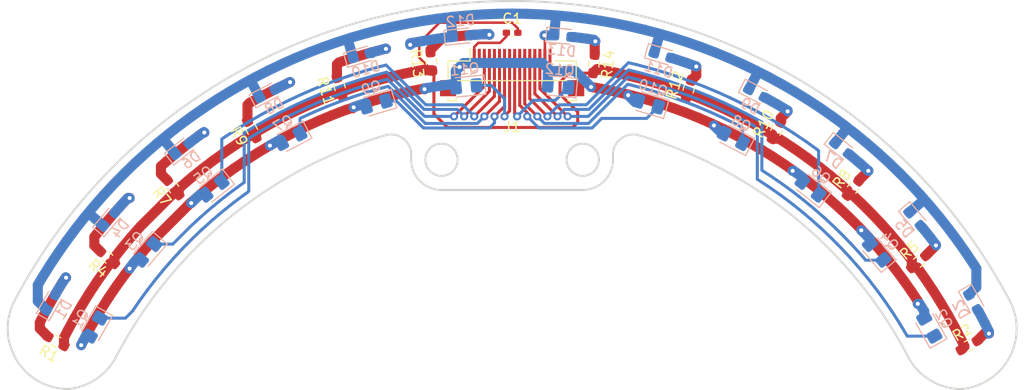
<source format=kicad_pcb>
(kicad_pcb (version 20211014) (generator pcbnew)
  (layers (0 "F.Cu" signal) (31 "B.Cu" signal) (34 "B.Paste" user) (35 "F.Paste" user) (36 "B.SilkS" user "B.Silkscreen") (37 "F.SilkS" user "F.Silkscreen") (38 "B.Mask" user) (39 "F.Mask" user) (44 "Edge.Cuts" user))
  (net 0 "")
  (net 1 "+3V3")
  (net 2 "GND1")
  (net 3 "Net-(D1-Pad2)")
  (net 4 "Net-(D2-Pad2)")
  (net 5 "Net-(J1-Pad3)")
  (net 6 "Net-(J1-Pad11)")
  (net 7 "Net-(D4-Pad2)")
  (net 8 "Net-(D5-Pad2)")
  (net 9 "Net-(D6-Pad2)")
  (net 10 "Net-(D7-Pad2)")
  (net 11 "Net-(D8-Pad2)")
  (net 12 "Net-(D9-Pad2)")
  (net 13 "Net-(D10-Pad2)")
  (net 14 "Net-(D11-Pad2)")
  (net 15 "Net-(D12-Pad2)")
  (net 16 "Net-(D13-Pad2)")
  (net 17 "Net-(J1-Pad4)")
  (net 18 "Net-(J1-Pad5)")
  (net 19 "Net-(J1-Pad6)")
  (net 20 "Net-(J1-Pad7)")
  (net 21 "Net-(J1-Pad8)")
  (net 22 "Net-(J1-Pad9)")
  (net 23 "Net-(J1-Pad10)")
  (net 24 "Net-(J1-Pad12)")
  (net 25 "Net-(J1-Pad13)")
  (net 26 "Net-(J1-Pad14)")
  (net 28 "Net-(D1-Pad1)")
  (footprint "Resistor_SMD:R_0603_1608Metric_Pad0.98x0.95mm_HandSolder" (layer "F.Cu") (at 185.3 60.1 40.5)
    (fp_text reference "R5")
    (fp_text value "100")
  )
  (footprint "Resistor_SMD:R_0603_1608Metric_Pad0.98x0.95mm_HandSolder" (layer "F.Cu") (at 178.8 52.8 51.5)
    (fp_text reference "R8")
    (fp_text value "100")
  )
  (footprint "Resistor_SMD:R_0603_1608Metric_Pad0.98x0.95mm_HandSolder" (layer "F.Cu") (at 162.5 43 73.5)
    (fp_text reference "R12")
    (fp_text value "100")
  )
  (footprint "Resistor_SMD:R_0603_1608Metric_Pad0.98x0.95mm_HandSolder" (layer "F.Cu") (at 153.1 40.5 84.5)
    (fp_text reference "R14")
    (fp_text value "100")
  )
  (footprint "robot_contest:Molex_1x16_P0.50mm_Horizontal" (layer "F.Cu") (at 145 41.5)
    (fp_text reference "J1")
    (fp_text value "FFC_16P")
  )
  (footprint "Capacitor_SMD:C_0402_1005Metric_Pad0.74x0.62mm_HandSolder" (layer "F.Cu") (at 145 37.4 180)
    (fp_text reference "C1")
    (fp_text value "1μ")
  )
  (footprint "Resistor_SMD:R_0603_1608Metric_Pad0.98x0.95mm_HandSolder" (layer "F.Cu") (at 127.9 42.75 106.5)
    (fp_text reference "R11")
    (fp_text value "100")
  )
  (footprint "Resistor_SMD:R_0603_1608Metric_Pad0.98x0.95mm_HandSolder" (layer "F.Cu") (at 104.9 59.7 139.5)
    (fp_text reference "R4")
    (fp_text value "100")
  )
  (footprint "Resistor_SMD:R_0603_1608Metric_Pad0.98x0.95mm_HandSolder" (layer "F.Cu") (at 190.3 68.4 29.5)
    (fp_text reference "R2")
    (fp_text value "100")
  )
  (footprint "Resistor_SMD:R_0603_1608Metric_Pad0.98x0.95mm_HandSolder" (layer "F.Cu") (at 111.4 52.75 128.5)
    (fp_text reference "R7")
    (fp_text value "100")
  )
  (footprint "Resistor_SMD:R_0603_1608Metric_Pad0.98x0.95mm_HandSolder" (layer "F.Cu") (at 99.8 68 150.5)
    (fp_text reference "R1")
    (fp_text value "100")
  )
  (footprint "Resistor_SMD:R_0603_1608Metric_Pad0.98x0.95mm_HandSolder" (layer "F.Cu") (at 119.2 47 117.5)
    (fp_text reference "R9")
    (fp_text value "100")
  )
  (footprint "Resistor_SMD:R_0603_1608Metric_Pad0.98x0.95mm_HandSolder" (layer "F.Cu") (at 171.2 47.1 62.5)
    (fp_text reference "R10")
    (fp_text value "100")
  )
  (footprint "Resistor_SMD:R_0603_1608Metric_Pad0.98x0.95mm_HandSolder" (layer "F.Cu") (at 137 40.25 95.5)
    (fp_text reference "R13")
    (fp_text value "100")
  )
  (footprint "LED_SMD:LED_0603_1608Metric_Pad1.05x0.95mm_HandSolder" (layer "B.Cu") (at 177.68 48.91 -38.5)
    (fp_text reference "D7")
    (fp_text value "SIR19-21C/TR8")
  )
  (footprint "LED_SMD:LED_0603_1608Metric_Pad1.05x0.95mm_HandSolder" (layer "B.Cu") (at 130.09 39.66 16.5)
    (fp_text reference "D10")
    (fp_text value "SIR19-21C/TR8")
  )
  (footprint "LED_SMD:LED_0603_1608Metric_Pad1.05x0.95mm_HandSolder" (layer "B.Cu") (at 150.03 37.74 -5.5)
    (fp_text reference "D13")
    (fp_text value "SIR19-21C/TR8")
  )
  (footprint "LED_SMD:LED_0603_1608Metric_Pad1.05x0.95mm_HandSolder" (layer "B.Cu") (at 112.32 48.91 38.5)
    (fp_text reference "D6")
    (fp_text value "SIR19-21C/TR8")
  )
  (footprint "LED_SMD:LED_0805_2012Metric_Pad1.15x1.40mm_HandSolder" (layer "B.Cu") (at 131.51 44.46 -163.5)
    (fp_text reference "Q9")
    (fp_text value "TEMT7100X01")
  )
  (footprint "LED_SMD:LED_0805_2012Metric_Pad1.15x1.40mm_HandSolder" (layer "B.Cu") (at 166.93 47.87 152.5)
    (fp_text reference "Q8")
    (fp_text value "TEMT7100X01")
  )
  (footprint "LED_SMD:LED_0603_1608Metric_Pad1.05x0.95mm_HandSolder" (layer "B.Cu") (at 159.91 39.66 -16.5)
    (fp_text reference "D11")
    (fp_text value "SIR19-21C/TR8")
  )
  (footprint "LED_SMD:LED_0603_1608Metric_Pad1.05x0.95mm_HandSolder" (layer "B.Cu") (at 139.97 37.74 5.5)
    (fp_text reference "D12")
    (fp_text value "SIR19-21C/TR8")
  )
  (footprint "LED_SMD:LED_0603_1608Metric_Pad1.05x0.95mm_HandSolder" (layer "B.Cu") (at 120.76 43.43 27.5)
    (fp_text reference "D8")
    (fp_text value "SIR19-21C/TR8")
  )
  (footprint "LED_SMD:LED_0603_1608Metric_Pad1.05x0.95mm_HandSolder" (layer "B.Cu") (at 105.08 55.9 49.5)
    (fp_text reference "D4")
    (fp_text value "SIR19-21C/TR8")
  )
  (footprint "LED_SMD:LED_0805_2012Metric_Pad1.15x1.40mm_HandSolder" (layer "B.Cu") (at 149.55 42.72 174.5)
    (fp_text reference "Q12")
    (fp_text value "TEMT7100X01")
  )
  (footprint "LED_SMD:LED_0805_2012Metric_Pad1.15x1.40mm_HandSolder" (layer "B.Cu") (at 186.34 66.61 119.5)
    (fp_text reference "Q2")
    (fp_text value "TEMT7100X01")
  )
  (footprint "LED_SMD:LED_0603_1608Metric_Pad1.05x0.95mm_HandSolder" (layer "B.Cu") (at 190.69 64.15 -60.5)
    (fp_text reference "D2")
    (fp_text value "SIR19-21C/TR8")
  )
  (footprint "LED_SMD:LED_0805_2012Metric_Pad1.15x1.40mm_HandSolder" (layer "B.Cu") (at 115.43 52.83 -141.5)
    (fp_text reference "Q5")
    (fp_text value "TEMT7100X01")
  )
  (footprint "LED_SMD:LED_0805_2012Metric_Pad1.15x1.40mm_HandSolder" (layer "B.Cu") (at 158.49 44.46 163.5)
    (fp_text reference "Q10")
    (fp_text value "TEMT7100X01")
  )
  (footprint "LED_SMD:LED_0603_1608Metric_Pad1.05x0.95mm_HandSolder" (layer "B.Cu") (at 99.31 64.15 60.5)
    (fp_text reference "D1")
    (fp_text value "SIR19-21C/TR8")
  )
  (footprint "LED_SMD:LED_0805_2012Metric_Pad1.15x1.40mm_HandSolder" (layer "B.Cu") (at 174.57 52.83 141.5)
    (fp_text reference "Q6")
    (fp_text value "TEMT7100X01")
  )
  (footprint "LED_SMD:LED_0603_1608Metric_Pad1.05x0.95mm_HandSolder" (layer "B.Cu") (at 184.92 55.9 -49.5)
    (fp_text reference "D5")
    (fp_text value "SIR19-21C/TR8")
  )
  (footprint "LED_SMD:LED_0805_2012Metric_Pad1.15x1.40mm_HandSolder" (layer "B.Cu") (at 181.12 59.15 130.5)
    (fp_text reference "Q4")
    (fp_text value "TEMT7100X01")
  )
  (footprint "LED_SMD:LED_0805_2012Metric_Pad1.15x1.40mm_HandSolder" (layer "B.Cu") (at 140.447 42.72 -174.5)
    (fp_text reference "Q11")
    (fp_text value "TEMT7100X01")
  )
  (footprint "LED_SMD:LED_0805_2012Metric_Pad1.15x1.40mm_HandSolder" (layer "B.Cu") (at 103.66 66.61 -119.5)
    (fp_text reference "Q1")
    (fp_text value "TEMT7100X01")
  )
  (footprint "LED_SMD:LED_0805_2012Metric_Pad1.15x1.40mm_HandSolder" (layer "B.Cu") (at 108.88 59.15 -130.5)
    (fp_text reference "Q3")
    (fp_text value "TEMT7100X01")
  )
  (footprint "LED_SMD:LED_0603_1608Metric_Pad1.05x0.95mm_HandSolder" (layer "B.Cu") (at 169.24 43.43 -27.5)
    (fp_text reference "D9")
    (fp_text value "SIR19-21C/TR8")
  )
  (footprint "LED_SMD:LED_0805_2012Metric_Pad1.15x1.40mm_HandSolder" (layer "B.Cu") (at 123.07 47.87 -152.5)
    (fp_text reference "Q7")
    (fp_text value "TEMT7100X01")
  )
  (gr_arc (start 154.999877 49.489988) (mid 155.803235 47.887476) (end 157.567924 47.572354) (layer "Edge.Cuts") (width 0.2))
  (gr_arc (start 105.758404 69.55083) (mid 103.793419 71.751787) (end 101.016926 72.750018) (layer "Edge.Cuts") (width 0.2))
  (gr_arc (start 132.43183 47.572354) (mid 134.196519 47.887476) (end 134.999877 49.489988) (layer "Edge.Cuts") (width 0.2))
  (gr_arc (start 189.547604 72.750018) (mid 186.437678 71.881135) (end 184.228473 69.526137) (layer "Edge.Cuts") (width 0.2))
  (gr_arc (start 157.567924 47.572354) (mid 173.128425 55.840871) (end 184.228473 69.526137) (layer "Edge.Cuts") (width 0.2))
  (gr_line (start 137.999877 53.000018) (end 151.999877 53.000018) (layer "Edge.Cuts") (width 0.2))
  (gr_line (start 154.999877 50.000018) (end 154.999877 49.489988) (layer "Edge.Cuts") (width 0.2))
  (gr_arc (start 101.016926 72.750018) (mid 95.877617 69.846469) (end 95.712449 63.945998) (layer "Edge.Cuts") (width 0.2))
  (gr_arc (start 194.302333 63.974447) (mid 194.271665 69.633706) (end 189.547604 72.750018) (layer "Edge.Cuts") (width 0.2))
  (gr_arc (start 105.758404 69.55083) (mid 116.860582 55.849724) (end 132.43183 47.572354) (layer "Edge.Cuts") (width 0.2))
  (gr_arc (start 137.999877 53.000018) (mid 135.878557 52.121338) (end 134.999877 50.000018) (layer "Edge.Cuts") (width 0.2))
  (gr_circle (center 137.999877 50.000018) (end 136.399877 50.000018) (layer "Edge.Cuts") (width 0.2) (fill none))
  (gr_line (start 134.999877 49.489988) (end 134.999877 50.000018) (layer "Edge.Cuts") (width 0.2))
  (gr_circle (center 151.999877 50.000018) (end 150.399877 50.000018) (layer "Edge.Cuts") (width 0.2) (fill none))
  (gr_arc (start 154.999877 50.000018) (mid 154.121197 52.121338) (end 151.999877 53.000018) (layer "Edge.Cuts") (width 0.2))
  (gr_arc (start 95.712449 63.945998) (mid 145.015964 34.25002) (end 194.302333 63.974447) (layer "Edge.Cuts") (width 0.2))
  (segment (start 130.34065 42.503795) (end 131.684536 42.109662) (width 1) (layer "F.Cu") (net 1))
  (segment (start 101.635128 65.704446) (end 100.967875 66.935785) (width 1) (layer "F.Cu") (net 1))
  (segment (start 149.75 42.27915) (end 149.75 43.5) (width 0.3) (layer "F.Cu") (net 1))
  (segment (start 106.341026 58.754683) (end 107.236637 57.677957) (width 1) (layer "F.Cu") (net 1))
  (segment (start 164.586682 44.314685) (end 163.291831 43.781011) (width 1) (layer "F.Cu") (net 1))
  (segment (start 135.775251 41.156473) (end 136.244063 41.074755) (width 1) (layer "F.Cu") (net 1))
  (segment (start 170.778654 47.500572) (end 169.600378 46.807322) (width 1) (layer "F.Cu") (net 1))
  (segment (start 184.60613 59.971786) (end 184.310546 59.578509) (width 1) (layer "F.Cu") (net 1))
  (segment (start 135.8 39.87084) (end 137.087459 41.158299) (width 0.25) (layer "F.Cu") (net 1))
  (segment (start 149.75 43.5) (end 151.5 45.25) (width 0.3) (layer "F.Cu") (net 1))
  (segment (start 148.75 40.95) (end 149.208299 41.408299) (width 0.25) (layer "F.Cu") (net 1))
  (segment (start 125.092035 44.453771) (end 126.383037 43.911013) (width 1) (layer "F.Cu") (net 1))
  (segment (start 157.977809 42.01706) (end 156.620893 41.670496) (width 1) (layer "F.Cu") (net 1))
  (segment (start 111.648921 53.148921) (end 111.652836 53.148921) (width 1) (layer "F.Cu") (net 1))
  (segment (start 137.087459 41.158299) (end 137.237459 41.308299) (width 0.3) (layer "F.Cu") (net 1))
  (segment (start 162.240836 43.874923) (end 162.240836 43.542382) (width 1) (layer "F.Cu") (net 1))
  (segment (start 135.8 38.4) (end 135.8 39.87084) (width 0.25) (layer "F.Cu") (net 1))
  (segment (start 153.012541 41.408299) (end 150.620851 41.408299) (width 0.3) (layer "F.Cu") (net 1))
  (segment (start 148.75 39.65) (end 148.75 40.95) (width 0.25) (layer "F.Cu") (net 1))
  (segment (start 127.873434 43.339193) (end 128.159164 43.624923) (width 1) (layer "F.Cu") (net 1))
  (segment (start 165.865965 44.88462) (end 164.586682 44.314685) (width 1) (layer "F.Cu") (net 1))
  (segment (start 178.231955 53.041106) (end 177.587249 52.465252) (width 1) (layer "F.Cu") (net 1))
  (segment (start 111.5 53.283836) (end 111.648921 53.148921) (width 1) (layer "F.Cu") (net 1))
  (segment (start 119.280932 47.468983) (end 119.621346 47.809397) (width 1) (layer "F.Cu") (net 1))
  (segment (start 171.994013 48.261417) (end 171.432523 47.909397) (width 1) (layer "F.Cu") (net 1))
  (segment (start 103.072322 63.300638) (end 102.336778 64.492441) (width 1) (layer "F.Cu") (net 1))
  (segment (start 170.778654 47.909397) (end 170.778654 47.500572) (width 1) (layer "F.Cu") (net 1))
  (segment (start 104.642615 60.981602) (end 103.841147 62.130036) (width 1) (layer "F.Cu") (net 1))
  (segment (start 179.650179 54.360802) (end 178.754398 53.51413) (width 1) (layer "F.Cu") (net 1))
  (segment (start 186.738582 63.005984) (end 185.961525 61.840817) (width 1) (layer "F.Cu") (net 1))
  (segment (start 189.5058 68.849336) (end 189.82546 68.529676) (width 1) (layer "F.Cu") (net 1))
  (segment (start 156.620893 41.670496) (end 155.254709 41.362288) (width 1) (layer "F.Cu") (net 1))
  (segment (start 149.208299 41.408299) (end 150.620851 41.408299) (width 0.25) (layer "F.Cu") (net 1))
  (segment (start 168.373779 46.131418) (end 167.128622 45.490336) (width 1) (layer "F.Cu") (net 1))
  (segment (start 184.60613 60.692621) (end 184.60613 59.971786) (width 1) (layer "F.Cu") (net 1))
  (segment (start 105.59387 60.292621) (end 105.59387 59.706232) (width 1) (layer "F.Cu") (net 1))
  (segment (start 107.236637 57.677957) (end 108.162215 56.626903) (width 1) (layer "F.Cu") (net 1))
  (segment (start 129.008423 42.935623) (end 130.34065 42.503795) (width 1) (layer "F.Cu") (net 1))
  (segment (start 188.868581 66.626219) (end 188.192673 65.399613) (width 1) (layer "F.Cu") (net 1))
  (segment (start 136.288009 41.118701) (end 137.047861 41.118701) (width 1) (layer "F.Cu") (net 1))
  (segment (start 155.254709 41.362288) (end 153.88045 41.092703) (width 1) (layer "F.Cu") (net 1))
  (segment (start 105.152892 60.292621) (end 104.642615 60.981602) (width 1) (layer "F.Cu") (net 1))
  (segment (start 161.982494 43.28404) (end 160.659677 42.824153) (width 1) (layer "F.Cu") (net 1))
  (segment (start 137.047861 41.118701) (end 137.087459 41.158299) (width 1) (layer "F.Cu") (net 1))
  (segment (start 183.437916 58.483137) (end 182.534748 57.412751) (width 1) (layer "F.Cu") (net 1))
  (segment (start 115.415929 50.055428) (end 116.553011 49.237825) (width 1) (layer "F.Cu") (net 1))
  (segment (start 145.5675 37.4) (end 145.5675 36.9675) (width 0.25) (layer "F.Cu") (net 1))
  (segment (start 175.421491 50.689455) (end 174.301967 49.848029) (width 1) (layer "F.Cu") (net 1))
  (segment (start 118.89394 47.700358) (end 119.280932 47.468983) (width 1) (layer "F.Cu") (net 1))
  (segment (start 189.509664 67.871379) (end 188.868581 66.626219) (width 1) (layer "F.Cu") (net 1))
  (segment (start 116.553011 49.237825) (end 117.71263 48.452611) (width 1) (layer "F.Cu") (net 1))
  (segment (start 159.324448 42.40172) (end 157.977809 42.01706) (width 1) (layer "F.Cu") (net 1))
  (segment (start 180.639198 55.349822) (end 180.146424 54.853564) (width 1) (layer "F.Cu") (net 1))
  (segment (start 176.516865 51.562086) (end 175.421491 50.689455) (width 1) (layer "F.Cu") (net 1))
  (segment (start 162.598071 43.517688) (end 162.240836 43.874923) (width 1) (layer "F.Cu") (net 1))
  (segment (start 137.25 41.32084) (end 137.087459 41.158299) (width 0.3) (layer "F.Cu") (net 1))
  (segment (start 178.231955 53.51413) (end 178.231955 53.041106) (width 1) (layer "F.Cu") (net 1))
  (segment (start 105.59387 59.706232) (end 106.341026 58.754683) (width 1) (layer "F.Cu") (net 1))
  (segment (start 184.310546 59.578509) (end 183.437916 58.483137) (width 1) (layer "F.Cu") (net 1))
  (segment (start 145.5675 36.9675) (end 145 36.4) (width 0.25) (layer "F.Cu") (net 1))
  (segment (start 150.620851 41.408299) (end 149.75 42.27915) (width 0.3) (layer "F.Cu") (net 1))
  (segment (start 122.558375 45.647328) (end 123.816792 45.032704) (width 1) (layer "F.Cu") (net 1))
  (segment (start 133.038979 41.753549) (end 133.205603 41.714724) (width 1) (layer "F.Cu") (net 1))
  (segment (start 134.402937 41.43573) (end 135.053371 41.303371) (width 1) (layer "F.Cu") (net 1))
  (segment (start 111.968045 52.859812) (end 112.14916 52.695732) (width 1) (layer "F.Cu") (net 1))
  (segment (start 119.621346 47.809397) (end 119.621346 47.265455) (width 1) (layer "F.Cu") (net 1))
  (segment (start 185.147904 60.692621) (end 184.60613 60.692621) (width 1) (layer "F.Cu") (net 1))
  (segment (start 178.754398 53.51413) (end 178.231955 53.51413) (width 1) (layer "F.Cu") (net 1))
  (segment (start 188.192673 65.399613) (end 187.482493 64.192563) (width 1) (layer "F.Cu") (net 1))
  (segment (start 185.961525 61.840817) (end 185.15197 60.69803) (width 1) (layer "F.Cu") (net 1))
  (segment (start 169.600378 46.807322) (end 168.373779 46.131418) (width 1) (layer "F.Cu") (net 1))
  (segment (start 126.383037 43.911013) (end 127.688826 43.404835) (width 1) (layer "F.Cu") (net 1))
  (segment (start 145 36.4) (end 137.8 36.4) (width 0.25) (layer "F.Cu") (net 1))
  (segment (start 137.8 36.4) (end 135.8 38.4) (width 0.25) (layer "F.Cu") (net 1))
  (segment (start 102.336778 64.492441) (end 101.635128 65.704446) (width 1) (layer "F.Cu") (net 1))
  (segment (start 133.205603 41.714724) (end 134.402937 41.43573) (width 1) (layer "F.Cu") (net 1))
  (segment (start 111.652836 53.148921) (end 111.968045 53.46413) (width 1) (layer "F.Cu") (net 1))
  (segment (start 138.6 46.8) (end 137.25 45.45) (width 0.3) (layer "F.Cu") (net 1))
  (segment (start 111.968045 53.46413) (end 111.968045 52.859812) (width 1) (layer "F.Cu") (net 1))
  (segment (start 181.601814 56.368271) (end 180.639198 55.349822) (width 1) (layer "F.Cu") (net 1))
  (segment (start 163.291831 43.781011) (end 162.598071 43.517688) (width 1) (layer "F.Cu") (net 1))
  (segment (start 112.14916 52.695732) (end 113.213164 51.78504) (width 1) (layer "F.Cu") (net 1))
  (segment (start 153.407199 41.013641) (end 153.012541 41.408299) (width 1) (layer "F.Cu") (net 1))
  (segment (start 100.5942 67.674299) (end 100.5942 68.449336) (width 1) (layer "F.Cu") (net 1))
  (segment (start 121.317728 46.297184) (end 122.558375 45.647328) (width 1) (layer "F.Cu") (net 1))
  (segment (start 151.5 45.25) (end 151.5 46.3) (width 0.3) (layer "F.Cu") (net 1))
  (segment (start 153.88045 41.092703) (end 153.407199 41.013641) (width 1) (layer "F.Cu") (net 1))
  (segment (start 127.688826 43.404835) (end 127.873434 43.339193) (width 1) (layer "F.Cu") (net 1))
  (segment (start 167.128622 45.490336) (end 165.865965 44.88462) (width 1) (layer "F.Cu") (net 1))
  (segment (start 131.684536 42.109662) (end 133.038979 41.753549) (width 1) (layer "F.Cu") (net 1))
  (segment (start 117.71263 48.452611) (end 118.89394 47.700358) (width 1) (layer "F.Cu") (net 1))
  (segment (start 114.302395 50.904692) (end 115.415929 50.055428) (width 1) (layer "F.Cu") (net 1))
  (segment (start 151 46.8) (end 138.6 46.8) (width 0.3) (layer "F.Cu") (net 1))
  (segment (start 136.244063 41.074755) (end 136.288009 41.118701) (width 1) (layer "F.Cu") (net 1))
  (segment (start 174.178052 49.760246) (end 173.159175 49.03847) (width 1) (layer "F.Cu") (net 1))
  (segment (start 187.482493 64.192563) (end 186.738582 63.005984) (width 1) (layer "F.Cu") (net 1))
  (segment (start 113.213164 51.78504) (end 114.302395 50.904692) (width 1) (layer "F.Cu") (net 1))
  (segment (start 128.159164 43.237596) (end 129.008423 42.935623) (width 1) (layer "F.Cu") (net 1))
  (segment (start 173.159175 49.03847) (end 171.994013 48.261417) (width 1) (layer "F.Cu") (net 1))
  (segment (start 119.621346 47.265455) (end 120.095991 46.981673) (width 1) (layer "F.Cu") (net 1))
  (segment (start 128.159164 43.624923) (end 128.159164 43.237596) (width 1) (layer "F.Cu") (net 1))
  (segment (start 171.432523 47.909397) (end 170.778654 47.909397) (width 1) (layer "F.Cu") (net 1))
  (segment (start 189.82546 68.529676) (end 189.509664 67.871379) (width 1) (layer "F.Cu") (net 1))
  (segment (start 162.240836 43.542382) (end 161.982494 43.28404) (width 1) (layer "F.Cu") (net 1))
  (segment (start 108.162215 56.626903) (end 111.5 53.289118) (width 1) (layer "F.Cu") (net 1))
  (segment (start 160.659677 42.824153) (end 159.324448 42.40172) (width 1) (layer "F.Cu") (net 1))
  (segment (start 120.095991 46.981673) (end 121.317728 46.297184) (width 1) (layer "F.Cu") (net 1))
  (segment (start 185.15197 60.69803) (end 185.147904 60.692621) (width 1) (layer "F.Cu") (net 1))
  (segment (start 100.967875 66.935785) (end 100.5942 67.674299) (width 1) (layer "F.Cu") (net 1))
  (segment (start 177.587249 52.465252) (end 176.516865 51.562086) (width 1) (layer "F.Cu") (net 1))
  (segment (start 105.59387 60.292621) (end 105.152892 60.292621) (width 1) (layer "F.Cu") (net 1))
  (segment (start 151.5 46.3) (end 151 46.8) (width 0.3) (layer "F.Cu") (net 1))
  (segment (start 137.25 45.45) (end 137.25 41.32084) (width 0.3) (layer "F.Cu") (net 1))
  (segment (start 111.5 53.289118) (end 111.5 53.283836) (width 1) (layer "F.Cu") (net 1))
  (segment (start 123.816792 45.032704) (end 125.092035 44.453771) (width 1) (layer "F.Cu") (net 1))
  (segment (start 103.841147 62.130036) (end 103.072322 63.300638) (width 1) (layer "F.Cu") (net 1))
  (segment (start 182.534748 57.412751) (end 181.601814 56.368271) (width 1) (layer "F.Cu") (net 1))
  (segment (start 174.301967 49.848029) (end 174.178052 49.760246) (width 1) (layer "F.Cu") (net 1))
  (segment (start 135.053371 41.303371) (end 135.775251 41.156473) (width 1) (layer "F.Cu") (net 1))
  (segment (start 180.146424 54.853564) (end 179.650179 54.360802) (width 1) (layer "F.Cu") (net 1))
  (segment (start 163.477694 45.84151) (end 164.742551 46.392328) (width 1) (layer "F.Cu") (net 2))
  (segment (start 177.353623 54.720537) (end 178.357563 55.668212) (width 1) (layer "F.Cu") (net 2))
  (segment (start 117.480972 50.832406) (end 118.621152 50.055617) (width 1) (layer "F.Cu") (net 2))
  (segment (start 114.201358 53.355204) (end 115.270166 52.482879) (width 1) (layer "F.Cu") (net 2))
  (segment (start 132.388766 43.82258) (end 133.724693 43.47834) (width 1) (layer "F.Cu") (net 2))
  (segment (start 129.062101 44.893314) (end 128.608393 45.027709) (width 1) (layer "F.Cu") (net 2))
  (segment (start 155.603685 43.320677) (end 156.418051 43.518051) (width 1) (layer "F.Cu") (net 2))
  (segment (start 125.887854 46.11238) (end 124.631049 46.681375) (width 1) (layer "F.Cu") (net 2))
  (segment (start 123.391149 47.286361) (end 122.169214 47.926819) (width 1) (layer "F.Cu") (net 2))
  (segment (start 105.055619 63.621149) (end 105.832404 62.480974) (width 1) (layer "F.Cu") (net 2))
  (segment (start 119.783206 49.312033) (end 120.966254 48.602217) (width 1) (layer "F.Cu") (net 2))
  (segment (start 159.595249 44.410789) (end 160.902963 44.850325) (width 1) (layer "F.Cu") (net 2))
  (segment (start 165.184207 46.6) (end 165.991093 46.979407) (width 1) (layer "F.Cu") (net 2))
  (segment (start 141 40.8) (end 141.25 40.55) (width 0.25) (layer "F.Cu") (net 2))
  (segment (start 179.331781 56.64243) (end 179.6 56.926574) (width 1) (layer "F.Cu") (net 2))
  (segment (start 178.357563 55.668212) (end 178.846437 56.153576) (width 1) (layer "F.Cu") (net 2))
  (segment (start 185.2 64.017242) (end 185.2 64.3) (width 1) (layer "F.Cu") (net 2))
  (segment (start 122.169214 47.926819) (end 121 48.583271) (width 1) (layer "F.Cu") (net 2))
  (segment (start 152.823816 42.776184) (end 152.89684 42.787319) (width 1) (layer "F.Cu") (net 2))
  (segment (start 129.190792 44.893314) (end 129.062101 44.893314) (width 1) (layer "F.Cu") (net 2))
  (segment (start 135.070077 43.172721) (end 136.257077 42.938835) (width 1) (layer "F.Cu") (net 2))
  (segment (start 180.279465 57.646379) (end 181.197156 58.676474) (width 1) (layer "F.Cu") (net 2))
  (segment (start 172.891246 51.1) (end 173.08059 51.233032) (width 1) (layer "F.Cu") (net 2))
  (segment (start 144.4325 37.7675) (end 143.8 38.4) (width 0.25) (layer "F.Cu") (net 2))
  (segment (start 129.3 44.784106) (end 129.190792 44.893314) (width 1) (layer "F.Cu") (net 2))
  (segment (start 167.222123 47.602186) (end 168.434706 48.260187) (width 1) (layer "F.Cu") (net 2))
  (segment (start 164.836508 46.436508) (end 165 46.6) (width 1) (layer "F.Cu") (net 2))
  (segment (start 165 46.6) (end 165.184207 46.6) (width 1) (layer "F.Cu") (net 2))
  (segment (start 128.608393 45.027709) (end 128.448042 45.084189) (width 1) (layer "F.Cu") (net 2))
  (segment (start 113.2 54.221738) (end 114.201358 53.355204) (width 1) (layer "F.Cu") (net 2))
  (segment (start 168.434706 48.260187) (end 169.627816 48.952856) (width 1) (layer "F.Cu") (net 2))
  (segment (start 158.275412 44.009122) (end 159.595249 44.410789) (width 1) (layer "F.Cu") (net 2))
  (segment (start 172.837654 51.062346) (end 172.8 51.1) (width 1) (layer "F.Cu") (net 2))
  (segment (start 106.641709 61.363679) (end 107.075312 60.8) (width 1) (layer "F.Cu") (net 2))
  (segment (start 170.800497 49.679637) (end 171.951766 50.439924) (width 1) (layer "F.Cu") (net 2))
  (segment (start 107.1 60.767905) (end 107.482878 60.270167) (width 1) (layer "F.Cu") (net 2))
  (segment (start 156.418051 43.518051) (end 156.5 43.6) (width 1) (layer "F.Cu") (net 2))
  (segment (start 102.3 68.4) (end 102.3 68.365127) (width 1) (layer "F.Cu") (net 2))
  (segment (start 179.6 56.926574) (end 179.6 57) (width 1) (layer "F.Cu") (net 2))
  (segment (start 172.8 51.1) (end 172.891246 51.1) (width 1) (layer "F.Cu") (net 2))
  (segment (start 115.270166 52.482879) (end 116.363674 51.641712) (width 1) (layer "F.Cu") (net 2))
  (segment (start 169.627816 48.952856) (end 170.800497 49.679637) (width 1) (layer "F.Cu") (net 2))
  (segment (start 176.323526 53.802844) (end 177.353623 54.720537) (width 1) (layer "F.Cu") (net 2))
  (segment (start 156.944514 43.645648) (end 158.275412 44.009122) (width 1) (layer "F.Cu") (net 2))
  (segment (start 171.951766 50.439924) (end 172.837654 51.062346) (width 1) (layer "F.Cu") (net 2))
  (segment (start 107.075312 60.8) (end 107.1 60.8) (width 1) (layer "F.Cu") (net 2))
  (segment (start 144.4325 37.4) (end 144.4325 37.7675) (width 0.25) (layer "F.Cu") (net 2))
  (segment (start 174.186099 52.058348) (end 175.267384 52.915193) (width 1) (layer "F.Cu") (net 2))
  (segment (start 136.257077 42.938835) (end 136.318242 43) (width 1) (layer "F.Cu") (net 2))
  (segment (start 178.846437 56.153576) (end 179.331781 56.64243) (width 1) (layer "F.Cu") (net 2))
  (segment (start 162.197502 45.327376) (end 163.477694 45.84151) (width 1) (layer "F.Cu") (net 2))
  (segment (start 107.1 60.8) (end 107.1 60.767905) (width 1) (layer "F.Cu") (net 2))
  (segment (start 129.3 44.784106) (end 129.749321 44.625843) (width 1) (layer "F.Cu") (net 2))
  (segment (start 143.8 38.4) (end 141.650978 38.4) (width 0.25) (layer "F.Cu") (net 2))
  (segment (start 165.991093 46.979407) (end 167.222123 47.602186) (width 1) (layer "F.Cu") (net 2))
  (segment (start 127.160581 45.579819) (end 125.887854 46.11238) (width 1) (layer "F.Cu") (net 2))
  (segment (start 152.89684 42.787319) (end 154.254102 43.034492) (width 1) (layer "F.Cu") (net 2))
  (segment (start 181.197156 58.676474) (end 182.084807 59.732616) (width 1) (layer "F.Cu") (net 2))
  (segment (start 120.966254 48.602217) (end 121 48.583271) (width 1) (layer "F.Cu") (net 2))
  (segment (start 131.06323 44.205199) (end 132.388766 43.82258) (width 1) (layer "F.Cu") (net 2))
  (segment (start 164.742551 46.392328) (end 164.836508 46.436508) (width 1) (layer "F.Cu") (net 2))
  (segment (start 173.08059 51.233032) (end 174.186099 52.058348) (width 1) (layer "F.Cu") (net 2))
  (segment (start 124.631049 46.681375) (end 123.391149 47.286361) (width 1) (layer "F.Cu") (net 2))
  (segment (start 104.312033 64.783206) (end 105.055619 63.621149) (width 1) (layer "F.Cu") (net 2))
  (segment (start 156.5 43.6) (end 156.549975 43.550025) (width 1) (layer "F.Cu") (net 2))
  (segment (start 182.941654 60.813904) (end 183.766968 61.919411) (width 1) (layer "F.Cu") (net 2))
  (segment (start 118.621152 50.055617) (end 119.783206 49.312033) (width 1) (layer "F.Cu") (net 2))
  (segment (start 113.2 54.3) (end 113.2 54.221738) (width 1) (layer "F.Cu") (net 2))
  (segment (start 128.448042 45.084189) (end 127.160581 45.579819) (width 1) (layer "F.Cu") (net 2))
  (segment (start 179.669311 57) (end 180.279465 57.646379) (width 1) (layer "F.Cu") (net 2))
  (segment (start 129.3 44.8) (end 129.3 44.784106) (width 1) (layer "F.Cu") (net 2))
  (segment (start 141.25 38.800978) (end 141.25 39.65) (width 0.25) (layer "F.Cu") (net 2))
  (segment (start 108.355203 59.201359) (end 109.257992 58.158106) (width 1) (layer "F.Cu") (net 2))
  (segment (start 109.257992 58.158106) (end 113.116098 54.3) (width 1) (layer "F.Cu") (net 2))
  (segment (start 113.116098 54.3) (end 113.2 54.3) (width 1) (layer "F.Cu") (net 2))
  (segment (start 133.724693 43.47834) (end 135.070077 43.172721) (width 1) (layer "F.Cu") (net 2))
  (segment (start 141.650978 38.4) (end 141.25 38.800978) (width 0.25) (layer "F.Cu") (net 2))
  (segment (start 103.60222 65.966249) (end 104.312033 64.783206) (width 1) (layer "F.Cu") (net 2))
  (segment (start 160.902963 44.850325) (end 162.197502 45.327376) (width 1) (layer "F.Cu") (net 2))
  (segment (start 156.549975 43.550025) (end 156.944514 43.645648) (width 1) (layer "F.Cu") (net 2))
  (segment (start 102.3 68.365127) (end 102.92682 67.169212) (width 1) (layer "F.Cu") (net 2))
  (segment (start 141.25 40.55) (end 141.25 39.65) (width 0.25) (layer "F.Cu") (net 2))
  (segment (start 121 48.583271) (end 121 48.6) (width 1) (layer "F.Cu") (net 2))
  (segment (start 183.766968 61.919411) (end 184.560077 63.048235) (width 1) (layer "F.Cu") (net 2))
  (segment (start 179.6 57) (end 179.669311 57) (width 1) (layer "F.Cu") (net 2))
  (segment (start 184.560077 63.048235) (end 185.2 64.017242) (width 1) (layer "F.Cu") (net 2))
  (segment (start 107.482878 60.270167) (end 108.355203 59.201359) (width 1) (layer "F.Cu") (net 2))
  (segment (start 139.8 40.8) (end 141 40.8) (width 0.25) (layer "F.Cu") (net 2))
  (segment (start 105.832404 62.480974) (end 106.641709 61.363679) (width 1) (layer "F.Cu") (net 2))
  (segment (start 182.084807 59.732616) (end 182.941654 60.813904) (width 1) (layer "F.Cu") (net 2))
  (segment (start 129.749321 44.625843) (end 131.06323 44.205199) (width 1) (layer "F.Cu") (net 2))
  (segment (start 154.254102 43.034492) (end 155.603685 43.320677) (width 1) (layer "F.Cu") (net 2))
  (segment (start 116.363674 51.641712) (end 117.480972 50.832406) (width 1) (layer "F.Cu") (net 2))
  (segment (start 102.92682 67.169212) (end 103.60222 65.966249) (width 1) (layer "F.Cu") (net 2))
  (segment (start 175.267384 52.915193) (end 176.323526 53.802844) (width 1) (layer "F.Cu") (net 2))
  (via (at 165 46.6) (size 0.8) (drill 0.4) (layers "F.Cu" "B.Cu") (net 2))
  (via (at 172.8 51.1) (size 0.8) (drill 0.4) (layers "F.Cu" "B.Cu") (net 2))
  (via (at 185.2 64.3) (size 0.8) (drill 0.4) (layers "F.Cu" "B.Cu") (net 2))
  (via (at 107.1 60.8) (size 0.8) (drill 0.4) (layers "F.Cu" "B.Cu") (net 2))
  (via (at 139.8 40.8) (size 0.8) (drill 0.4) (layers "F.Cu" "B.Cu") (net 2))
  (via (at 113.2 54.3) (size 0.8) (drill 0.4) (layers "F.Cu" "B.Cu") (net 2))
  (via (at 102.3 68.4) (size 0.8) (drill 0.4) (layers "F.Cu" "B.Cu") (net 2))
  (via (at 136.318242 43) (size 0.8) (drill 0.4) (layers "F.Cu" "B.Cu") (net 2))
  (via (at 156.5 43.6) (size 0.8) (drill 0.4) (layers "F.Cu" "B.Cu") (net 2))
  (via (at 152.823816 42.776184) (size 0.8) (drill 0.4) (layers "F.Cu" "B.Cu") (net 2))
  (via (at 129.3 44.8) (size 0.8) (drill 0.4) (layers "F.Cu" "B.Cu") (net 2))
  (via (at 179.6 57) (size 0.8) (drill 0.4) (layers "F.Cu" "B.Cu") (net 2))
  (via (at 121 48.6) (size 0.8) (drill 0.4) (layers "F.Cu" "B.Cu") (net 2))
  (segment (start 139.426719 41.173281) (end 139.8 40.8) (width 1) (layer "B.Cu") (net 2))
  (segment (start 139.426719 42.818242) (end 139.426719 41.173281) (width 1) (layer "B.Cu") (net 2))
  (segment (start 139.104963 42.496486) (end 137.784403 42.678414) (width 1) (layer "B.Cu") (net 2))
  (segment (start 173.767827 51.746088) (end 173.080588 51.233031) (width 1) (layer "B.Cu") (net 2))
  (segment (start 130.52721 44.42721) (end 130.52721 44.751116) (width 1) (layer "B.Cu") (net 2))
  (segment (start 185.382648 64.3) (end 185.835266 65.030312) (width 1) (layer "B.Cu") (net 2))
  (segment (start 122.160814 48.160814) (end 122.160814 48.343292) (width 1) (layer "B.Cu") (net 2))
  (segment (start 130.489028 44.389028) (end 130.52721 44.42721) (width 1) (layer "B.Cu") (net 2))
  (segment (start 179.6 57) (end 180.454316 57.854316) (width 1) (layer "B.Cu") (net 2))
  (segment (start 165.796708 47.396708) (end 165 46.6) (width 1) (layer "B.Cu") (net 2))
  (segment (start 148.529719 42.621758) (end 148.529719 41.470281) (width 1) (layer "B.Cu") (net 2))
  (segment (start 121 48.583271) (end 122.013977 48.013977) (width 1) (layer "B.Cu") (net 2))
  (segment (start 129.3 44.8) (end 129.324536 44.775464) (width 1) (layer "B.Cu") (net 2))
  (segment (start 102.3 68.365127) (end 102.752334 67.502115) (width 1) (layer "B.Cu") (net 2))
  (segment (start 172.891246 51.1) (end 172.8 51.1) (width 1) (layer "B.Cu") (net 2))
  (segment (start 113.781264 53.718736) (end 114.070922 53.468078) (width 1) (layer "B.Cu") (net 2))
  (segment (start 113.2 54.3) (end 113.781264 53.718736) (width 1) (layer "B.Cu") (net 2))
  (segment (start 102.3 68.4) (end 102.3 68.365127) (width 1) (layer "B.Cu") (net 2))
  (segment (start 148.8 41.2) (end 151.247632 41.2) (width 1) (layer "B.Cu") (net 2))
  (segment (start 114.070922 53.468078) (end 114.627827 53.468078) (width 1) (layer "B.Cu") (net 2))
  (segment (start 107.1 60.767905) (end 107.482878 60.270167) (width 1) (layer "B.Cu") (net 2))
  (segment (start 148.529719 41.470281) (end 148.8 41.2) (width 1) (layer "B.Cu") (net 2))
  (segment (start 151.247632 41.2) (end 152.823816 42.776184) (width 1) (layer "B.Cu") (net 2))
  (segment (start 122.013977 48.013977) (end 122.160814 48.160814) (width 1) (layer "B.Cu") (net 2))
  (segment (start 129.324536 44.775464) (end 129.749321 44.625843) (width 1) (layer "B.Cu") (net 2))
  (segment (start 166.020814 47.396708) (end 165.796708 47.396708) (width 1) (layer "B.Cu") (net 2))
  (segment (start 139.426719 42.818242) (end 139.104963 42.496486) (width 1) (layer "B.Cu") (net 2))
  (segment (start 157.068884 44.168884) (end 157.50721 44.168884) (width 1) (layer "B.Cu") (net 2))
  (segment (start 185.2 64.3) (end 185.382648 64.3) (width 1) (layer "B.Cu") (net 2))
  (segment (start 136.409426 42.908816) (end 136.318242 43) (width 1) (layer "B.Cu") (net 2))
  (segment (start 121 48.6) (end 121 48.583271) (width 1) (layer "B.Cu") (net 2))
  (segment (start 140.2 40.4) (end 148 40.4) (width 1) (layer "B.Cu") (net 2))
  (segment (start 107.482878 60.270167) (end 107.760988 59.929416) (width 1) (layer "B.Cu") (net 2))
  (segment (start 129.749321 44.625843) (end 130.489028 44.389028) (width 1) (layer "B.Cu") (net 2))
  (segment (start 180.454316 57.854316) (end 180.454316 58.370584) (width 1) (layer "B.Cu") (net 2))
  (segment (start 148 40.4) (end 148.8 41.2) (width 1) (layer "B.Cu") (net 2))
  (segment (start 173.080588 51.233031) (end 172.891246 51.1) (width 1) (layer "B.Cu") (net 2))
  (segment (start 102.752334 67.502115) (end 103.155266 67.502115) (width 1) (layer "B.Cu") (net 2))
  (segment (start 107.1 60.8) (end 107.1 60.767905) (width 1) (layer "B.Cu") (net 2))
  (segment (start 136.423648 42.906013) (end 136.409426 42.908816) (width 1) (layer "B.Cu") (net 2))
  (segment (start 139.8 40.8) (end 140.2 40.4) (width 1) (layer "B.Cu") (net 2))
  (segment (start 156.5 43.6) (end 157.068884 44.168884) (width 1) (layer "B.Cu") (net 2))
  (segment (start 137.784403 42.678414) (end 136.423648 42.906013) (width 1) (layer "B.Cu") (net 2))
  (segment (start 107.760988 59.929416) (end 108.214316 59.929416) (width 1) (layer "B.Cu") (net 2))
  (segment (start 173.767827 52.191922) (end 173.767827 51.746088) (width 1) (layer "B.Cu") (net 2))
  (segment (start 185.835266 65.030312) (end 185.835266 65.717885) (width 1) (layer "B.Cu") (net 2))
  (segment (start 98.2 66.744864) (end 99.0058 67.550664) (width 1) (layer "F.Cu") (net 3))
  (segment (start 100.462278 62.136704) (end 99.714638 63.369039) (width 1) (layer "F.Cu") (net 3))
  (segment (start 100.8 61.7) (end 100.743893 61.7) (width 1) (layer "F.Cu") (net 3))
  (segment (start 99.714638 63.369039) (end 99.00108 64.621439) (width 1) (layer "F.Cu") (net 3))
  (segment (start 99.00108 64.621439) (end 98.322169 65.892901) (width 1) (layer "F.Cu") (net 3))
  (segment (start 98.322169 65.892901) (end 98.2 66.137631) (width 1) (layer "F.Cu") (net 3))
  (segment (start 98.2 66.137631) (end 98.2 66.744864) (width 1) (layer "F.Cu") (net 3))
  (segment (start 100.743893 61.7) (end 100.462278 62.136704) (width 1) (layer "F.Cu") (net 3))
  (via (at 100.8 61.7) (size 0.8) (drill 0.4) (layers "F.Cu" "B.Cu") (net 3))
  (segment (start 100.462275 62.136708) (end 99.740871 63.325799) (width 1) (layer "B.Cu") (net 3))
  (segment (start 99.740871 63.325799) (end 99.740871 63.388439) (width 1) (layer "B.Cu") (net 3))
  (segment (start 100.8 61.7) (end 100.76589 61.66589) (width 1) (layer "B.Cu") (net 3))
  (segment (start 100.76589 61.66589) (end 100.462275 62.136708) (width 1) (layer "B.Cu") (net 3))
  (segment (start 192.25 67.25) (end 191.794864 67.25) (width 1) (layer "F.Cu") (net 4))
  (segment (start 191.794864 67.25) (end 191.0942 67.950664) (width 1) (layer "F.Cu") (net 4))
  (via (at 192.25 67.25) (size 0.8) (drill 0.4) (layers "F.Cu" "B.Cu") (net 4))
  (segment (start 191.842086 66.213635) (end 191.199626 64.990316) (width 1) (layer "B.Cu") (net 4))
  (segment (start 192.25 67.25) (end 192.25 67.044993) (width 1) (layer "B.Cu") (net 4))
  (segment (start 191.199626 64.990316) (end 191.120871 64.911561) (width 1) (layer "B.Cu") (net 4))
  (segment (start 192.25 67.044993) (end 191.842086 66.213635) (width 1) (layer "B.Cu") (net 4))
  (segment (start 142.25 42.7005) (end 142.25 39.65) (width 0.3) (layer "F.Cu") (net 5))
  (segment (start 139.25 45.7005) (end 142.25 42.7005) (width 0.3) (layer "F.Cu") (net 5))
  (via (at 139.25 45.7005) (size 0.8) (drill 0.4) (layers "F.Cu" "B.Cu") (net 5))
  (segment (start 130.763208 42.536733) (end 129.419698 42.960634) (width 0.3) (layer "B.Cu") (net 5))
  (segment (start 120.427391 46.969373) (end 119.2141 47.685284) (width 0.3) (layer "B.Cu") (net 5))
  (segment (start 125.469124 44.458889) (end 124.18241 45.032503) (width 0.3) (layer "B.Cu") (net 5))
  (segment (start 139.25 45.7005) (end 139.2495 45.7) (width 0.3) (layer "B.Cu") (net 5))
  (segment (start 128.088816 43.422541) (end 126.771617 43.922089) (width 0.3) (layer "B.Cu") (net 5))
  (segment (start 118.475423 53.453403) (end 117.39117 54.265431) (width 0.3) (layer "B.Cu") (net 5))
  (segment (start 106.682115 65.717885) (end 104.164734 65.717885) (width 0.3) (layer "B.Cu") (net 5))
  (segment (start 118.90171 47.881793) (end 118.90171 53.119152) (width 0.3) (layer "B.Cu") (net 5))
  (segment (start 107.389719 65.010281) (end 106.682115 65.717885) (width 0.3) (layer "B.Cu") (net 5))
  (segment (start 124.18241 45.032503) (end 122.912564 45.642441) (width 0.3) (layer "B.Cu") (net 5))
  (segment (start 118.785431 53.235431) (end 118.475423 53.453403) (width 0.3) (layer "B.Cu") (net 5))
  (segment (start 113.311968 57.82741) (end 112.361218 58.792361) (width 0.3) (layer "B.Cu") (net 5))
  (segment (start 108.064224 64.020096) (end 107.389719 65.010281) (width 0.3) (layer "B.Cu") (net 5))
  (segment (start 121.660544 46.288243) (end 120.427391 46.969373) (width 0.3) (layer "B.Cu") (net 5))
  (segment (start 118.90171 53.119152) (end 118.785431 53.235431) (width 0.3) (layer "B.Cu") (net 5))
  (segment (start 111.439856 59.785375) (end 110.548665 60.805609) (width 0.3) (layer "B.Cu") (net 5))
  (segment (start 108.860094 62.923921) (end 108.064224 64.020096) (width 0.3) (layer "B.Cu") (net 5))
  (segment (start 126.771617 43.922089) (end 125.469124 44.458889) (width 0.3) (layer "B.Cu") (net 5))
  (segment (start 112.361218 58.792361) (end 111.439856 59.785375) (width 0.3) (layer "B.Cu") (net 5))
  (segment (start 136.335719 45.7) (end 132.651461 42.015742) (width 0.3) (layer "B.Cu") (net 5))
  (segment (start 117.39117 54.265431) (end 116.331766 55.10961) (width 0.3) (layer "B.Cu") (net 5))
  (segment (start 122.912564 45.642441) (end 121.660544 46.288243) (width 0.3) (layer "B.Cu") (net 5))
  (segment (start 129.419698 42.960634) (end 128.088816 43.422541) (width 0.3) (layer "B.Cu") (net 5))
  (segment (start 132.118172 42.151214) (end 130.763208 42.536733) (width 0.3) (layer "B.Cu") (net 5))
  (segment (start 115.298112 55.985228) (end 114.291251 56.891396) (width 0.3) (layer "B.Cu") (net 5))
  (segment (start 110.548665 60.805609) (end 109.688505 61.852084) (width 0.3) (layer "B.Cu") (net 5))
  (segment (start 116.331766 55.10961) (end 115.298112 55.985228) (width 0.3) (layer "B.Cu") (net 5))
  (segment (start 139.2495 45.7) (end 136.335719 45.7) (width 0.3) (layer "B.Cu") (net 5))
  (segment (start 119.2141 47.685284) (end 118.90171 47.881793) (width 0.3) (layer "B.Cu") (net 5))
  (segment (start 109.688505 61.852084) (end 108.860094 62.923921) (width 0.3) (layer "B.Cu") (net 5))
  (segment (start 132.651461 42.015742) (end 132.118172 42.151214) (width 0.3) (layer "B.Cu") (net 5))
  (segment (start 114.291251 56.891396) (end 113.311968 57.82741) (width 0.3) (layer "B.Cu") (net 5))
  (segment (start 147.5 45.7) (end 146.25 44.45) (width 0.3) (layer "F.Cu") (net 6))
  (segment (start 146.25 44.45) (end 146.25 39.65) (width 0.3) (layer "F.Cu") (net 6))
  (via (at 147.5 45.7) (size 0.8) (drill 0.4) (layers "F.Cu" "B.Cu") (net 6))
  (segment (start 156.48101 42.51899) (end 156.450318 42.51899) (width 0.3) (layer "B.Cu") (net 6))
  (segment (start 156.450318 42.51899) (end 152.569308 46.4) (width 0.3) (layer "B.Cu") (net 6))
  (segment (start 156.743236 42.579967) (end 156.48101 42.51899) (width 0.3) (layer "B.Cu") (net 6))
  (segment (start 167.734513 46.765487) (end 167.178554 46.472137) (width 0.3) (layer "B.Cu") (net 6))
  (segment (start 163.372285 44.733873) (end 162.072185 44.227698) (width 0.3) (layer "B.Cu") (net 6))
  (segment (start 148.199511 46.399511) (end 147.5 45.7) (width 0.3) (layer "B.Cu") (net 6))
  (segment (start 158.092581 42.934647) (end 156.743236 42.579967) (width 0.3) (layer "B.Cu") (net 6))
  (segment (start 167.178554 46.472137) (end 165.926512 45.85655) (width 0.3) (layer "B.Cu") (net 6))
  (segment (start 151.3 46.4) (end 151.299511 46.399511) (width 0.3) (layer "B.Cu") (net 6))
  (segment (start 160.75817 43.758858) (end 159.431227 43.327709) (width 0.3) (layer "B.Cu") (net 6))
  (segment (start 151.299511 46.399511) (end 148.199511 46.399511) (width 0.3) (layer "B.Cu") (net 6))
  (segment (start 159.431227 43.327709) (end 158.092581 42.934647) (width 0.3) (layer "B.Cu") (net 6))
  (segment (start 152.569308 46.4) (end 151.3 46.4) (width 0.3) (layer "B.Cu") (net 6))
  (segment (start 162.072185 44.227698) (end 160.75817 43.758858) (width 0.3) (layer "B.Cu") (net 6))
  (segment (start 167.839186 48.343292) (end 167.839186 46.87016) (width 0.3) (layer "B.Cu") (net 6))
  (segment (start 164.65741 45.276971) (end 163.372285 44.733873) (width 0.3) (layer "B.Cu") (net 6))
  (segment (start 165.926512 45.85655) (end 164.65741 45.276971) (width 0.3) (layer "B.Cu") (net 6))
  (segment (start 167.839186 46.87016) (end 167.734513 46.765487) (width 0.3) (layer "B.Cu") (net 6))
  (segment (start 103.782107 57.426124) (end 103.6 57.66317) (width 1) (layer "F.Cu") (net 7))
  (segment (start 105.630731 55.214474) (end 104.691245 56.307622) (width 1) (layer "F.Cu") (net 7))
  (segment (start 103.6 57.66317) (end 103.6 58.501249) (width 1) (layer "F.Cu") (net 7))
  (segment (start 103.6 58.501249) (end 104.20613 59.107379) (width 1) (layer "F.Cu") (net 7))
  (segment (start 106.933351 53.8) (end 106.599847 54.14752) (width 1) (layer "F.Cu") (net 7))
  (segment (start 106.599847 54.14752) (end 105.630731 55.214474) (width 1) (layer "F.Cu") (net 7))
  (segment (start 104.691245 56.307622) (end 103.782107 57.426124) (width 1) (layer "F.Cu") (net 7))
  (segment (start 107.1 53.8) (end 106.933351 53.8) (width 1) (layer "F.Cu") (net 7))
  (via (at 107.1 53.8) (size 0.8) (drill 0.4) (layers "F.Cu" "B.Cu") (net 7))
  (segment (start 105.648267 55.195168) (end 105.648267 55.234645) (width 1) (layer "B.Cu") (net 7))
  (segment (start 107.1 53.8) (end 106.933351 53.8) (width 1) (layer "B.Cu") (net 7))
  (segment (start 106.933351 53.8) (end 106.599847 54.14752) (width 1) (layer "B.Cu") (net 7))
  (segment (start 106.599847 54.14752) (end 105.648267 55.195168) (width 1) (layer "B.Cu") (net 7))
  (segment (start 187 58.5) (end 187 58.501249) (width 1) (layer "F.Cu") (net 8))
  (segment (start 187 58.501249) (end 185.99387 59.507379) (width 1) (layer "F.Cu") (net 8))
  (via (at 187 58.5) (size 0.8) (drill 0.4) (layers "F.Cu" "B.Cu") (net 8))
  (segment (start 185.664469 56.741557) (end 185.488267 56.565355) (width 1) (layer "B.Cu") (net 8))
  (segment (start 187 58.5) (end 187 58.448532) (width 1) (layer "B.Cu") (net 8))
  (segment (start 187 58.448532) (end 186.440332 57.709583) (width 1) (layer "B.Cu") (net 8))
  (segment (start 186.440332 57.709583) (end 185.664469 56.741557) (width 1) (layer "B.Cu") (net 8))
  (segment (start 110.2 50.650117) (end 110.2 51.403915) (width 1) (layer "F.Cu") (net 9))
  (segment (start 110.757837 50.157229) (end 110.2 50.650117) (width 1) (layer "F.Cu") (net 9))
  (segment (start 112.994635 48.339122) (end 111.863753 49.232842) (width 1) (layer "F.Cu") (net 9))
  (segment (start 114.400425 47.3) (end 114.149601 47.476771) (width 1) (layer "F.Cu") (net 9))
  (segment (start 114.149601 47.476771) (end 112.994635 48.339122) (width 1) (layer "F.Cu") (net 9))
  (segment (start 114.5 47.3) (end 114.400425 47.3) (width 1) (layer "F.Cu") (net 9))
  (segment (start 110.2 51.403915) (end 110.831955 52.03587) (width 1) (layer "F.Cu") (net 9))
  (segment (start 111.863753 49.232842) (end 110.757837 50.157229) (width 1) (layer "F.Cu") (net 9))
  (via (at 114.5 47.3) (size 0.8) (drill 0.4) (layers "F.Cu" "B.Cu") (net 9))
  (segment (start 114.458835 47.258835) (end 114.1496 47.476771) (width 1) (layer "B.Cu") (net 9))
  (segment (start 114.1496 47.476771) (end 113.004782 48.331546) (width 1) (layer "B.Cu") (net 9))
  (segment (start 114.5 47.3) (end 114.458835 47.258835) (width 1) (layer "B.Cu") (net 9))
  (segment (start 113.004782 48.331546) (end 113.004782 48.3653) (width 1) (layer "B.Cu") (net 9))
  (segment (start 179.368045 52.08587) (end 179.368045 52.031955) (width 1) (layer "F.Cu") (net 10))
  (segment (start 179.368045 52.031955) (end 180.3 51.1) (width 1) (layer "F.Cu") (net 10))
  (via (at 180.3 51.1) (size 0.8) (drill 0.4) (layers "F.Cu" "B.Cu") (net 10))
  (segment (start 180.3 51.1) (end 180.3 51.096607) (width 1) (layer "B.Cu") (net 10))
  (segment (start 179.51466 50.393052) (end 178.41508 49.461074) (width 1) (layer "B.Cu") (net 10))
  (segment (start 178.407128 49.4547) (end 178.364782 49.4547) (width 1) (layer "B.Cu") (net 10))
  (segment (start 180.3 51.096607) (end 179.51466 50.393052) (width 1) (layer "B.Cu") (net 10))
  (segment (start 178.41508 49.461074) (end 178.407128 49.4547) (width 1) (layer "B.Cu") (net 10))
  (segment (start 118.778654 44.567674) (end 118.992729 44.353599) (width 1) (layer "F.Cu") (net 11))
  (segment (start 121.535536 42.995841) (end 122.83387 42.369812) (width 1) (layer "F.Cu") (net 11))
  (segment (start 118.778654 46.190603) (end 118.778654 44.567674) (width 1) (layer "F.Cu") (net 11))
  (segment (start 122.83387 42.369812) (end 122.989425 42.3) (width 1) (layer "F.Cu") (net 11))
  (segment (start 122.989425 42.3) (end 123 42.3) (width 1) (layer "F.Cu") (net 11))
  (segment (start 118.992729 44.353599) (end 120.254841 43.657264) (width 1) (layer "F.Cu") (net 11))
  (segment (start 120.254841 43.657264) (end 121.535536 42.995841) (width 1) (layer "F.Cu") (net 11))
  (via (at 123 42.3) (size 0.8) (drill 0.4) (layers "F.Cu" "B.Cu") (net 11))
  (segment (start 121.594875 42.967229) (end 122.83387 42.369812) (width 1) (layer "B.Cu") (net 11))
  (segment (start 121.536134 43.02597) (end 121.594875 42.967229) (width 1) (layer "B.Cu") (net 11))
  (segment (start 122.989425 42.3) (end 123 42.3) (width 1) (layer "B.Cu") (net 11))
  (segment (start 122.83387 42.369812) (end 122.989425 42.3) (width 1) (layer "B.Cu") (net 11))
  (segment (start 171.621346 45.878654) (end 172.3 45.2) (width 1) (layer "F.Cu") (net 12))
  (segment (start 171.621346 46.290603) (end 171.621346 45.878654) (width 1) (layer "F.Cu") (net 12))
  (via (at 172.3 45.2) (size 0.8) (drill 0.4) (layers "F.Cu" "B.Cu") (net 12))
  (segment (start 171.319723 44.533043) (end 170.073052 43.83403) (width 1) (layer "B.Cu") (net 12))
  (segment (start 170.073052 43.83403) (end 170.016134 43.83403) (width 1) (layer "B.Cu") (net 12))
  (segment (start 172.3 45.2) (end 172.3 45.118601) (width 1) (layer "B.Cu") (net 12))
  (segment (start 172.3 45.118601) (end 171.319723 44.533043) (width 1) (layer "B.Cu") (net 12))
  (segment (start 127.640836 40.54212) (end 127.640836 41.875077) (width 1) (layer "F.Cu") (net 13))
  (segment (start 132.33326 39.014455) (end 130.939289 39.381145) (width 1) (layer "F.Cu") (net 13))
  (segment (start 132.480105 38.980105) (end 132.33326 39.014455) (width 1) (layer "F.Cu") (net 13))
  (segment (start 129.555899 39.78594) (end 128.184136 40.228534) (width 1) (layer "F.Cu") (net 13))
  (segment (start 128.184136 40.228534) (end 127.828971 40.353985) (width 1) (layer "F.Cu") (net 13))
  (segment (start 127.828971 40.353985) (end 127.640836 40.54212) (width 1) (layer "F.Cu") (net 13))
  (segment (start 132.5 39) (end 132.480105 38.980105) (width 1) (layer "F.Cu") (net 13))
  (segment (start 130.939289 39.381145) (end 129.555899 39.78594) (width 1) (layer "F.Cu") (net 13))
  (via (at 132.5 39) (size 0.8) (drill 0.4) (layers "F.Cu" "B.Cu") (net 13))
  (segment (start 132.480105 38.980105) (end 132.33326 39.014455) (width 1) (layer "B.Cu") (net 13))
  (segment (start 132.5 39) (end 132.480105 38.980105) (width 1) (layer "B.Cu") (net 13))
  (segment (start 131.088513 39.411487) (end 130.928967 39.411487) (width 1) (layer "B.Cu") (net 13))
  (segment (start 132.33326 39.014455) (end 131.182952 39.317048) (width 1) (layer "B.Cu") (net 13))
  (segment (start 131.182952 39.317048) (end 131.088513 39.411487) (width 1) (layer "B.Cu") (net 13))
  (segment (start 163.25 41.634241) (end 162.759164 42.125077) (width 1) (layer "F.Cu") (net 14))
  (segment (start 163.25 40.75) (end 163.25 41.634241) (width 1) (layer "F.Cu") (net 14))
  (via (at 163.25 40.75) (size 0.8) (drill 0.4) (layers "F.Cu" "B.Cu") (net 14))
  (segment (start 163.25 40.75) (end 163.233757 40.733757) (width 1) (layer "B.Cu") (net 14))
  (segment (start 162.156824 40.345036) (end 160.834973 39.908513) (width 1) (layer "B.Cu") (net 14))
  (segment (start 163.233757 40.733757) (end 162.156824 40.345036) (width 1) (layer "B.Cu") (net 14))
  (segment (start 160.834973 39.908513) (end 160.748967 39.908513) (width 1) (layer "B.Cu") (net 14))
  (segment (start 142.75 37.6) (end 142.684068 37.534068) (width 1) (layer "F.Cu") (net 15))
  (segment (start 136.912541 39.087459) (end 136.912541 39.341701) (width 1) (layer "F.Cu") (net 15))
  (segment (start 142.684068 37.534068) (end 142.2985 37.534068) (width 1) (layer "F.Cu") (net 15))
  (segment (start 142.2985 37.534068) (end 140.860152 37.62793) (width 1) (layer "F.Cu") (net 15))
  (segment (start 138.07609 37.92391) (end 136.912541 39.087459) (width 1) (layer "F.Cu") (net 15))
  (segment (start 140.860152 37.62793) (end 139.424924 37.761216) (width 1) (layer "F.Cu") (net 15))
  (segment (start 139.424924 37.761216) (end 138.07609 37.92391) (width 1) (layer "F.Cu") (net 15))
  (via (at 142.75 37.6) (size 0.8) (drill 0.4) (layers "F.Cu" "B.Cu") (net 15))
  (segment (start 142.2985 37.534068) (end 140.869808 37.627299) (width 1) (layer "B.Cu") (net 15))
  (segment (start 142.75 37.6) (end 142.684068 37.534068) (width 1) (layer "B.Cu") (net 15))
  (segment (start 142.684068 37.534068) (end 142.2985 37.534068) (width 1) (layer "B.Cu") (net 15))
  (segment (start 140.869808 37.627299) (end 140.840972 37.656135) (width 1) (layer "B.Cu") (net 15))
  (segment (start 153.25 38.25) (end 153.187459 38.312541) (width 1) (layer "F.Cu") (net 16))
  (segment (start 153.187459 38.312541) (end 153.187459 39.591701) (width 1) (layer "F.Cu") (net 16))
  (via (at 153.25 38.25) (size 0.8) (drill 0.4) (layers "F.Cu" "B.Cu") (net 16))
  (segment (start 152.363047 37.983102) (end 151.114948 37.823865) (width 1) (layer "B.Cu") (net 16))
  (segment (start 151.114948 37.823865) (end 150.900972 37.823865) (width 1) (layer "B.Cu") (net 16))
  (segment (start 153.097338 38.097338) (end 152.363047 37.983102) (width 1) (layer "B.Cu") (net 16))
  (segment (start 153.25 38.25) (end 153.097338 38.097338) (width 1) (layer "B.Cu") (net 16))
  (segment (start 142.75 43.2005) (end 142.75 39.65) (width 0.3) (layer "F.Cu") (net 17))
  (segment (start 140.25 45.7005) (end 142.75 43.2005) (width 0.3) (layer "F.Cu") (net 17))
  (via (at 140.25 45.7005) (size 0.8) (drill 0.4) (layers "F.Cu" "B.Cu") (net 17))
  (segment (start 139.550489 45.000989) (end 140.25 45.7005) (width 0.3) (layer "B.Cu") (net 17))
  (segment (start 120.90243 45.902183) (end 122.154344 45.240796) (width 0.3) (layer "B.Cu") (net 17))
  (segment (start 118.45219 52.25) (end 118.45219 47.334236) (width 0.3) (layer "B.Cu") (net 17))
  (segment (start 123.424367 44.614954) (end 124.711494 44.025149) (width 0.3) (layer "B.Cu") (net 17))
  (segment (start 115.103701 54.839499) (end 114.084416 55.732286) (width 0.3) (layer "B.Cu") (net 17))
  (segment (start 136.272426 45.000989) (end 139.550489 45.000989) (width 0.3) (layer "B.Cu") (net 17))
  (segment (start 132.580037 41.3086) (end 136.272426 45.000989) (width 0.3) (layer "B.Cu") (net 17))
  (segment (start 113.091776 56.654616) (end 111.375808 58.370584) (width 0.3) (layer "B.Cu") (net 17))
  (segment (start 127.33308 42.955443) (end 128.665437 42.476401) (width 0.3) (layer "B.Cu") (net 17))
  (segment (start 124.711494 44.025149) (end 126.014778 43.471819) (width 0.3) (layer "B.Cu") (net 17))
  (segment (start 118.45219 52.25) (end 118.312637 52.345862) (width 0.3) (layer "B.Cu") (net 17))
  (segment (start 114.084416 55.732286) (end 113.091776 56.654616) (width 0.3) (layer "B.Cu") (net 17))
  (segment (start 117.218785 53.145508) (end 116.148825 53.976963) (width 0.3) (layer "B.Cu") (net 17))
  (segment (start 116.148825 53.976963) (end 115.103701 54.839499) (width 0.3) (layer "B.Cu") (net 17))
  (segment (start 118.45219 47.334236) (end 118.457049 47.329377) (width 0.3) (layer "B.Cu") (net 17))
  (segment (start 130.010721 42.035097) (end 131.367926 41.63186) (width 0.3) (layer "B.Cu") (net 17))
  (segment (start 122.154344 45.240796) (end 123.424367 44.614954) (width 0.3) (layer "B.Cu") (net 17))
  (segment (start 131.367926 41.63186) (end 132.580037 41.3086) (width 0.3) (layer "B.Cu") (net 17))
  (segment (start 126.014778 43.471819) (end 127.33308 42.955443) (width 0.3) (layer "B.Cu") (net 17))
  (segment (start 118.457049 47.329377) (end 119.669695 46.598548) (width 0.3) (layer "B.Cu") (net 17))
  (segment (start 118.312637 52.345862) (end 117.218785 53.145508) (width 0.3) (layer "B.Cu") (net 17))
  (segment (start 128.665437 42.476401) (end 130.010721 42.035097) (width 0.3) (layer "B.Cu") (net 17))
  (segment (start 119.669695 46.598548) (end 120.90243 45.902183) (width 0.3) (layer "B.Cu") (net 17))
  (segment (start 111.375808 58.370584) (end 109.545684 58.370584) (width 0.3) (layer "B.Cu") (net 17))
  (segment (start 141.25 45.7005) (end 143.25 43.7005) (width 0.3) (layer "F.Cu") (net 18))
  (segment (start 143.25 43.7005) (end 143.25 39.65) (width 0.3) (layer "F.Cu") (net 18))
  (via (at 141.25 45.7005) (size 0.8) (drill 0.4) (layers "F.Cu" "B.Cu") (net 18))
  (segment (start 120.142352 45.522476) (end 118.910164 46.23388) (width 0.3) (layer "B.Cu") (net 18))
  (segment (start 126.574353 42.495807) (end 125.255123 43.028811) (width 0.3) (layer "B.Cu") (net 18))
  (segment (start 127.907934 41.999853) (end 126.574353 42.495807) (width 0.3) (layer "B.Cu") (net 18))
  (segment (start 116.232173 47.953243) (end 116.232173 52.191922) (width 0.3) (layer "B.Cu") (net 18))
  (segment (start 136.457635 44.55048) (end 132.513269 40.606114) (width 0.3) (layer "B.Cu") (net 18))
  (segment (start 125.255123 43.028811) (end 123.951293 43.59844) (width 0.3) (layer "B.Cu") (net 18))
  (segment (start 118.910164 46.23388) (end 117.698304 46.979421) (width 0.3) (layer "B.Cu") (net 18))
  (segment (start 131.984402 40.737976) (end 130.614005 41.120598) (width 0.3) (layer "B.Cu") (net 18))
  (segment (start 123.951293 43.59844) (end 122.663921 44.204231) (width 0.3) (layer "B.Cu") (net 18))
  (segment (start 122.663921 44.204231) (end 121.393905 44.845764) (width 0.3) (layer "B.Cu") (net 18))
  (segment (start 116.242708 47.942708) (end 116.232173 47.953243) (width 0.3) (layer "B.Cu") (net 18))
  (segment (start 130.614005 41.120598) (end 129.254807 41.54134) (width 0.3) (layer "B.Cu") (net 18))
  (segment (start 140.09998 44.55048) (end 136.457635 44.55048) (width 0.3) (layer "B.Cu") (net 18))
  (segment (start 117.698304 46.979421) (end 116.507759 47.758492) (width 0.3) (layer "B.Cu") (net 18))
  (segment (start 132.513269 40.606114) (end 131.984402 40.737976) (width 0.3) (layer "B.Cu") (net 18))
  (segment (start 141.25 45.7005) (end 140.09998 44.55048) (width 0.3) (layer "B.Cu") (net 18))
  (segment (start 116.507759 47.758492) (end 116.242708 47.942708) (width 0.3) (layer "B.Cu") (net 18))
  (segment (start 129.254807 41.54134) (end 127.907934 41.999853) (width 0.3) (layer "B.Cu") (net 18))
  (segment (start 121.393905 44.845764) (end 120.142352 45.522476) (width 0.3) (layer "B.Cu") (net 18))
  (segment (start 143.75 44.2) (end 143.75 39.65) (width 0.3) (layer "F.Cu") (net 19))
  (segment (start 142.25 45.7) (end 143.75 44.2) (width 0.3) (layer "F.Cu") (net 19))
  (via (at 142.25 45.7) (size 0.8) (drill 0.4) (layers "F.Cu" "B.Cu") (net 19))
  (segment (start 136.400001 46.4) (end 132.720838 42.720837) (width 0.3) (layer "B.Cu") (net 19))
  (segment (start 142.25 45.7) (end 141.55 46.4) (width 0.3) (layer "B.Cu") (net 19))
  (segment (start 131.90742 42.934646) (end 130.568777 43.327708) (width 0.3) (layer "B.Cu") (net 19))
  (segment (start 123.979186 47.396708) (end 123.979186 45.950852) (width 0.3) (layer "B.Cu") (net 19))
  (segment (start 127.927815 44.227698) (end 126.627715 44.733873) (width 0.3) (layer "B.Cu") (net 19))
  (segment (start 130.568777 43.327708) (end 129.24183 43.758858) (width 0.3) (layer "B.Cu") (net 19))
  (segment (start 141.55 46.4) (end 136.400001 46.4) (width 0.3) (layer "B.Cu") (net 19))
  (segment (start 126.627715 44.733873) (end 125.342593 45.276969) (width 0.3) (layer "B.Cu") (net 19))
  (segment (start 129.24183 43.758858) (end 127.927815 44.227698) (width 0.3) (layer "B.Cu") (net 19))
  (segment (start 123.979186 45.950852) (end 124.073488 45.85655) (width 0.3) (layer "B.Cu") (net 19))
  (segment (start 132.720838 42.720837) (end 131.90742 42.934646) (width 0.3) (layer "B.Cu") (net 19))
  (segment (start 125.342593 45.276969) (end 124.073488 45.85655) (width 0.3) (layer "B.Cu") (net 19))
  (segment (start 144.25 44.7) (end 144.25 39.65) (width 0.3) (layer "F.Cu") (net 20))
  (segment (start 143.25 45.7) (end 144.25 44.7) (width 0.3) (layer "F.Cu") (net 20))
  (via (at 143.25 45.7) (size 0.8) (drill 0.4) (layers "F.Cu" "B.Cu") (net 20))
  (segment (start 142.75048 46.84952) (end 136.213803 46.84952) (width 0.3) (layer "B.Cu") (net 20))
  (segment (start 143.25 45.7) (end 143.25 46.35) (width 0.3) (layer "B.Cu") (net 20))
  (segment (start 133.533166 44.168884) (end 132.49279 44.168884) (width 0.3) (layer "B.Cu") (net 20))
  (segment (start 143.25 46.35) (end 142.75048 46.84952) (width 0.3) (layer "B.Cu") (net 20))
  (segment (start 136.213803 46.84952) (end 133.533166 44.168884) (width 0.3) (layer "B.Cu") (net 20))
  (segment (start 144.25 45.660741) (end 144.75 45.160741) (width 0.3) (layer "F.Cu") (net 21))
  (segment (start 144.75 45.160741) (end 144.75 39.65) (width 0.3) (layer "F.Cu") (net 21))
  (segment (start 144.25 45.7) (end 144.25 45.660741) (width 0.3) (layer "F.Cu") (net 21))
  (via (at 144.25 45.7) (size 0.8) (drill 0.4) (layers "F.Cu" "B.Cu") (net 21))
  (segment (start 142.921758 42.621758) (end 141.467281 42.621758) (width 0.3) (layer "B.Cu") (net 21))
  (segment (start 144.25 43.95) (end 142.921758 42.621758) (width 0.3) (layer "B.Cu") (net 21))
  (segment (start 144.25 45.7) (end 144.25 43.95) (width 0.3) (layer "B.Cu") (net 21))
  (segment (start 145.25 45.45) (end 145.25 39.65) (width 0.3) (layer "F.Cu") (net 22))
  (segment (start 145.5 45.7) (end 145.25 45.45) (width 0.3) (layer "F.Cu") (net 22))
  (via (at 145.5 45.7) (size 0.8) (drill 0.4) (layers "F.Cu" "B.Cu") (net 22))
  (segment (start 145.5 45.7) (end 147.1 44.1) (width 0.3) (layer "B.Cu") (net 22))
  (segment (start 147.1 44.1) (end 149.288523 44.1) (width 0.3) (layer "B.Cu") (net 22))
  (segment (start 149.288523 44.1) (end 150.570281 42.818242) (width 0.3) (layer "B.Cu") (net 22))
  (segment (start 145.75 44.585718) (end 145.75 39.65) (width 0.3) (layer "F.Cu") (net 23))
  (segment (start 146.5 45.335718) (end 145.75 44.585718) (width 0.3) (layer "F.Cu") (net 23))
  (segment (start 146.5 45.7) (end 146.5 45.335718) (width 0.3) (layer "F.Cu") (net 23))
  (via (at 146.5 45.7) (size 0.8) (drill 0.4) (layers "F.Cu" "B.Cu") (net 23))
  (segment (start 146.5 45.7) (end 147.64952 46.84952) (width 0.3) (layer "B.Cu") (net 23))
  (segment (start 147.64952 46.84952) (end 152.924044 46.84952) (width 0.3) (layer "B.Cu") (net 23))
  (segment (start 152.924044 46.84952) (end 153.874044 45.89952) (width 0.3) (layer "B.Cu") (net 23))
  (segment (start 158.324386 45.89952) (end 159.47279 44.751116) (width 0.3) (layer "B.Cu") (net 23))
  (segment (start 153.874044 45.89952) (end 158.324386 45.89952) (width 0.3) (layer "B.Cu") (net 23))
  (segment (start 148.5 45.7) (end 146.75 43.95) (width 0.3) (layer "F.Cu") (net 24))
  (segment (start 146.75 43.95) (end 146.75 39.65) (width 0.3) (layer "F.Cu") (net 24))
  (via (at 148.5 45.7) (size 0.8) (drill 0.4) (layers "F.Cu" "B.Cu") (net 24))
  (segment (start 169.234214 45.17974) (end 167.973296 44.520549) (width 0.3) (layer "B.Cu") (net 24))
  (segment (start 171.698343 46.602405) (end 170.476242 45.873887) (width 0.3) (layer "B.Cu") (net 24))
  (segment (start 161.420228 41.765894) (end 160.067052 41.326221) (width 0.3) (layer "B.Cu") (net 24))
  (segment (start 152.34952 44.55048) (end 149.64952 44.55048) (width 0.3) (layer "B.Cu") (net 24))
  (segment (start 172.899689 47.364801) (end 171.698343 46.602405) (width 0.3) (layer "B.Cu") (net 24))
  (segment (start 164.087101 42.757694) (end 162.760576 42.243171) (width 0.3) (layer "B.Cu") (net 24))
  (segment (start 157.326497 40.561045) (end 156.526575 40.373425) (width 0.3) (layer "B.Cu") (net 24))
  (segment (start 170.476242 45.873887) (end 169.234214 45.17974) (width 0.3) (layer "B.Cu") (net 24))
  (segment (start 162.760576 42.243171) (end 161.420228 41.765894) (width 0.3) (layer "B.Cu") (net 24))
  (segment (start 156.526575 40.373425) (end 152.34952 44.55048) (width 0.3) (layer "B.Cu") (net 24))
  (segment (start 167.973296 44.520549) (end 166.694498 43.896838) (width 0.3) (layer "B.Cu") (net 24))
  (segment (start 175.236162 48.988692) (end 174.07926 48.160432) (width 0.3) (layer "B.Cu") (net 24))
  (segment (start 174.07926 48.160432) (end 172.899689 47.364801) (width 0.3) (layer "B.Cu") (net 24))
  (segment (start 149.64952 44.55048) (end 148.5 45.7) (width 0.3) (layer "B.Cu") (net 24))
  (segment (start 158.702137 40.924505) (end 157.326497 40.561045) (width 0.3) (layer "B.Cu") (net 24))
  (segment (start 175.372173 53.468078) (end 175.372173 49.124703) (width 0.3) (layer "B.Cu") (net 24))
  (segment (start 166.694498 43.896838) (end 165.398738 43.309056) (width 0.3) (layer "B.Cu") (net 24))
  (segment (start 165.398738 43.309056) (end 164.087101 42.757694) (width 0.3) (layer "B.Cu") (net 24))
  (segment (start 175.372173 49.124703) (end 175.236162 48.988692) (width 0.3) (layer "B.Cu") (net 24))
  (segment (start 160.067052 41.326221) (end 158.702137 40.924505) (width 0.3) (layer "B.Cu") (net 24))
  (segment (start 147.25 43.45) (end 147.25 39.65) (width 0.3) (layer "F.Cu") (net 25))
  (segment (start 149.5 45.7) (end 147.25 43.45) (width 0.3) (layer "F.Cu") (net 25))
  (via (at 149.5 45.7) (size 0.8) (drill 0.4) (layers "F.Cu" "B.Cu") (net 25))
  (segment (start 150.2 45) (end 149.5 45.7) (width 0.3) (layer "B.Cu") (net 25))
  (segment (start 180.035561 59.964439) (end 179.717844 59.590778) (width 0.3) (layer "B.Cu") (net 25))
  (segment (start 165.934166 44.315528) (end 164.638831 43.743901) (width 0.3) (layer "B.Cu") (net 25))
  (segment (start 159.312081 41.828695) (end 157.949297 41.444608) (width 0.3) (layer "B.Cu") (net 25))
  (segment (start 168.47398 45.5671) (end 167.212844 44.923399) (width 0.3) (layer "B.Cu") (net 25))
  (segment (start 169.74952 46.279148) (end 169.716403 46.246031) (width 0.3) (layer "B.Cu") (net 25))
  (segment (start 164.638831 43.743901) (end 163.327867 43.208979) (width 0.3) (layer "B.Cu") (net 25))
  (segment (start 156.576264 41.099075) (end 156.515207 41.099075) (width 0.3) (layer "B.Cu") (net 25))
  (segment (start 178.810196 58.584716) (end 177.873386 57.605712) (width 0.3) (layer "B.Cu") (net 25))
  (segment (start 169.716403 46.246031) (end 168.47398 45.5671) (width 0.3) (layer "B.Cu") (net 25))
  (segment (start 174.896299 54.8395) (end 173.851174 53.976962) (width 0.3) (layer "B.Cu") (net 25))
  (segment (start 170.570448 51.57863) (end 169.827866 51.1) (width 0.3) (layer "B.Cu") (net 25))
  (segment (start 177.873386 57.605712) (end 176.908223 56.654615) (width 0.3) (layer "B.Cu") (net 25))
  (segment (start 169.827866 51.1) (end 169.74952 51.021654) (width 0.3) (layer "B.Cu") (net 25))
  (segment (start 179.717844 59.590778) (end 178.810196 58.584716) (width 0.3) (layer "B.Cu") (net 25))
  (segment (start 173.851174 53.976962) (end 172.781216 53.145508) (width 0.3) (layer "B.Cu") (net 25))
  (segment (start 172.781216 53.145508) (end 171.687364 52.345862) (width 0.3) (layer "B.Cu") (net 25))
  (segment (start 156.515207 41.099075) (end 152.614282 45) (width 0.3) (layer "B.Cu") (net 25))
  (segment (start 163.327867 43.208979) (end 162.002441 42.711235) (width 0.3) (layer "B.Cu") (net 25))
  (segment (start 152.614282 45) (end 150.2 45) (width 0.3) (layer "B.Cu") (net 25))
  (segment (start 157.949297 41.444608) (end 156.576264 41.099075) (width 0.3) (layer "B.Cu") (net 25))
  (segment (start 160.663491 42.251017) (end 159.312081 41.828695) (width 0.3) (layer "B.Cu") (net 25))
  (segment (start 162.002441 42.711235) (end 160.663491 42.251017) (width 0.3) (layer "B.Cu") (net 25))
  (segment (start 167.212844 44.923399) (end 165.934166 44.315528) (width 0.3) (layer "B.Cu") (net 25))
  (segment (start 169.74952 51.021654) (end 169.74952 46.279148) (width 0.3) (layer "B.Cu") (net 25))
  (segment (start 171.687364 52.345862) (end 170.570448 51.57863) (width 0.3) (layer "B.Cu") (net 25))
  (segment (start 176.908223 56.654615) (end 175.915584 55.732286) (width 0.3) (layer "B.Cu") (net 25))
  (segment (start 181.750661 59.964439) (end 180.035561 59.964439) (width 0.3) (layer "B.Cu") (net 25))
  (segment (start 175.915584 55.732286) (end 174.896299 54.8395) (width 0.3) (layer "B.Cu") (net 25))
  (segment (start 147.75 42.95) (end 147.75 39.65) (width 0.3) (layer "F.Cu") (net 26))
  (segment (start 150.5 45.7) (end 147.75 42.95) (width 0.3) (layer "F.Cu") (net 26))
  (via (at 150.5 45.7) (size 0.8) (drill 0.4) (layers "F.Cu" "B.Cu") (net 26))
  (segment (start 178.560144 59.785375) (end 179.451335 60.805609) (width 0.3) (layer "B.Cu") (net 26))
  (segment (start 158.560659 42.339152) (end 159.910425 42.74402) (width 0.3) (layer "B.Cu") (net 26))
  (segment (start 165.176275 44.741125) (end 166.454687 45.332962) (width 0.3) (layer "B.Cu") (net 26))
  (segment (start 174.701888 55.985228) (end 175.708749 56.891396) (width 0.3) (layer "B.Cu") (net 26))
  (segment (start 156.455138 41.794862) (end 157.200351 41.972932) (width 0.3) (layer "B.Cu") (net 26))
  (segment (start 183.427127 66.281594) (end 184.121257 67.444864) (width 0.3) (layer "B.Cu") (net 26))
  (segment (start 168.958475 46.624439) (end 169.3 46.965963) (width 0.3) (layer "B.Cu") (net 26))
  (segment (start 170.416372 52.674233) (end 170.416412 52.674233) (width 0.3) (layer "B.Cu") (net 26))
  (segment (start 171.524577 53.453403) (end 172.60883 54.265431) (width 0.3) (layer "B.Cu") (net 26))
  (segment (start 184.121257 67.444864) (end 184.15313 67.502115) (width 0.3) (layer "B.Cu") (net 26))
  (segment (start 159.910445 42.74404) (end 161.247372 43.186853) (width 0.3) (layer "B.Cu") (net 26))
  (segment (start 167.715735 45.96089) (end 168.958475 46.624439) (width 0.3) (layer "B.Cu") (net 26))
  (segment (start 157.200351 41.972932) (end 158.560659 42.339152) (width 0.3) (layer "B.Cu") (net 26))
  (segment (start 152.55 45.7) (end 156.455138 41.794862) (width 0.3) (layer "B.Cu") (net 26))
  (segment (start 173.668234 55.10961) (end 174.701888 55.985228) (width 0.3) (layer "B.Cu") (net 26))
  (segment (start 180.311495 61.852084) (end 181.139906 62.923921) (width 0.3) (layer "B.Cu") (net 26))
  (segment (start 184.15313 67.502115) (end 186.844734 67.502115) (width 0.3) (layer "B.Cu") (net 26))
  (segment (start 150.5 45.7) (end 152.55 45.7) (width 0.3) (layer "B.Cu") (net 26))
  (segment (start 172.60883 54.265431) (end 173.668234 55.10961) (width 0.3) (layer "B.Cu") (net 26))
  (segment (start 161.247372 43.186853) (end 162.571553 43.667632) (width 0.3) (layer "B.Cu") (net 26))
  (segment (start 175.708749 56.891396) (end 176.688032 57.82741) (width 0.3) (layer "B.Cu") (net 26))
  (segment (start 166.454687 45.332962) (end 167.715735 45.96089) (width 0.3) (layer "B.Cu") (net 26))
  (segment (start 169.3 46.965963) (end 169.3 51.938319) (width 0.3) (layer "B.Cu") (net 26))
  (segment (start 169.3 51.938319) (end 170.416372 52.674233) (width 0.3) (layer "B.Cu") (net 26))
  (segment (start 170.416412 52.674233) (end 171.524577 53.453403) (width 0.3) (layer "B.Cu") (net 26))
  (segment (start 177.638782 58.792361) (end 178.560144 59.785375) (width 0.3) (layer "B.Cu") (net 26))
  (segment (start 163.881527 44.185856) (end 165.176275 44.741125) (width 0.3) (layer "B.Cu") (net 26))
  (segment (start 182.698412 65.139659) (end 183.427127 66.281594) (width 0.3) (layer "B.Cu") (net 26))
  (segment (start 181.935776 64.020096) (end 182.698412 65.139659) (width 0.3) (layer "B.Cu") (net 26))
  (segment (start 159.910425 42.74402) (end 159.910445 42.74404) (width 0.3) (layer "B.Cu") (net 26))
  (segment (start 181.139906 62.923921) (end 181.935776 64.020096) (width 0.3) (layer "B.Cu") (net 26))
  (segment (start 176.688032 57.82741) (end 177.638782 58.792361) (width 0.3) (layer "B.Cu") (net 26))
  (segment (start 162.571553 43.667632) (end 163.881527 44.185856) (width 0.3) (layer "B.Cu") (net 26))
  (segment (start 179.451335 60.805609) (end 180.311495 61.852084) (width 0.3) (layer "B.Cu") (net 26))
  (segment (start 148.25 37.706135) (end 148.25 39.65) (width 0.25) (layer "F.Cu") (net 28))
  (segment (start 148.2 37.656135) (end 148.25 37.706135) (width 0.25) (layer "F.Cu") (net 28))
  (via (at 134.9 38.6) (size 0.8) (drill 0.4) (layers "F.Cu" "B.Cu") (net 28))
  (via (at 148.2 37.656135) (size 0.8) (drill 0.4) (layers "F.Cu" "B.Cu") (net 28))
  (segment (start 170.440407 41.805019) (end 169.130873 41.136195) (width 1) (layer "B.Cu") (net 28))
  (segment (start 108.716887 49.336669) (end 107.63299 50.330397) (width 1) (layer "B.Cu") (net 28))
  (segment (start 98 64.032432) (end 98.879129 64.911561) (width 1) (layer "B.Cu") (net 28))
  (segment (start 124.899265 39.344983) (end 123.539979 39.905711) (width 1) (layer "B.Cu") (net 28))
  (segment (start 150.870556 35.819683) (end 149.406625 35.681018) (width 1) (layer "B.Cu") (net 28))
  (segment (start 113.308288 45.664845) (end 112.123727 46.535976) (width 1) (layer "B.Cu") (net 28))
  (segment (start 138.882618 37.826628) (end 137.993904 37.933823) (width 1) (layer "B.Cu") (net 28))
  (segment (start 179.036965 47.4388) (end 177.876273 46.535976) (width 1) (layer "B.Cu") (net 28))
  (segment (start 166.460021 39.905711) (end 165.100735 39.344983) (width 1) (layer "B.Cu") (net 28))
  (segment (start 143.529674 35.522405) (end 142.060445 35.581903) (width 1) (layer "B.Cu") (net 28))
  (segment (start 183.423658 51.352964) (end 182.36701 50.330397) (width 1) (layer "B.Cu") (net 28))
  (segment (start 189.996611 59.254655) (end 189.150732 58.051855) (width 1) (layer "B.Cu") (net 28))
  (segment (start 112.123727 46.535976) (end 110.963035 47.4388) (width 1) (layer "B.Cu") (net 28))
  (segment (start 134.767675 36.471785) (end 133.327206 36.76734) (width 1) (layer "B.Cu") (net 28))
  (segment (start 185.763748 53.836252) (end 185.452324 53.481779) (width 1) (layer "B.Cu") (net 28))
  (segment (start 129.251033 39.908513) (end 128.808098 38.41319) (width 1) (layer "B.Cu") (net 28))
  (segment (start 175.484006 44.825938) (end 174.254115 44.019925) (width 1) (layer "B.Cu") (net 28))
  (segment (start 191 60.784038) (end 190.809721 60.479825) (width 1) (layer "B.Cu") (net 28))
  (segment (start 149.159028 37.656135) (end 148.2 37.656135) (width 1) (layer "B.Cu") (net 28))
  (segment (start 126.273223 38.821117) (end 124.899265 39.344983) (width 1) (layer "B.Cu") (net 28))
  (segment (start 145 35.502568) (end 143.529674 35.522405) (width 1) (layer "B.Cu") (net 28))
  (segment (start 158.104693 37.101634) (end 156.672794 36.76734) (width 1) (layer "B.Cu") (net 28))
  (segment (start 176.691712 45.664845) (end 175.484006 44.825938) (width 1) (layer "B.Cu") (net 28))
  (segment (start 102.636808 55.7169) (end 101.727278 56.872329) (width 1) (layer "B.Cu") (net 28))
  (segment (start 152.330175 35.99779) (end 150.870556 35.819683) (width 1) (layer "B.Cu") (net 28))
  (segment (start 100.003389 59.254655) (end 99.190279 60.479825) (width 1) (layer "B.Cu") (net 28))
  (segment (start 104.547676 53.481779) (end 103.577174 54.586437) (width 1) (layer "B.Cu") (net 28))
  (segment (start 139.129444 35.819683) (end 137.669825 35.99779) (width 1) (layer "B.Cu") (net 28))
  (segment (start 187.363192 55.7169) (end 186.422826 54.586437) (width 1) (layer "B.Cu") (net 28))
  (segment (start 105.54765 52.403683) (end 104.547676 53.481779) (width 1) (layer "B.Cu") (net 28))
  (segment (start 169.130873 41.136195) (end 168.476196 40.823804) (width 1) (layer "B.Cu") (net 28))
  (segment (start 109.827159 48.372581) (end 108.716887 49.336669) (width 1) (layer "B.Cu") (net 28))
  (segment (start 119.983866 43.83403) (end 119.236805 42.398939) (width 1) (layer "B.Cu") (net 28))
  (segment (start 159.527148 37.474462) (end 158.104693 37.101634) (width 1) (layer "B.Cu") (net 28))
  (segment (start 191 62.647568) (end 191 60.784038) (width 1) (layer "B.Cu") (net 28))
  (segment (start 98.410509 61.726502) (end 98 62.42399) (width 1) (layer "B.Cu") (net 28))
  (segment (start 106.576342 51.352964) (end 105.54765 52.403683) (width 1) (layer "B.Cu") (net 28))
  (segment (start 160.938929 37.885503) (end 159.527148 37.474462) (width 1) (layer "B.Cu") (net 28))
  (segment (start 142.060445 35.581903) (end 140.593375 35.681018) (width 1) (layer "B.Cu") (net 28))
  (segment (start 136.215525 36.215214) (end 134.767675 36.471785) (width 1) (layer "B.Cu") (net 28))
  (segment (start 115.745885 44.019925) (end 114.515994 44.825938) (width 1) (layer "B.Cu") (net 28))
  (segment (start 168.476196 40.823804) (end 167.803768 40.502944) (width 1) (layer "B.Cu") (net 28))
  (segment (start 139.099028 37.823865) (end 138.953065 36.307983) (width 1) (layer "B.Cu") (net 28))
  (segment (start 153.784475 36.215214) (end 152.330175 35.99779) (width 1) (layer "B.Cu") (net 28))
  (segment (start 130.472852 37.474462) (end 129.061071 37.885503) (width 1) (layer "B.Cu") (net 28))
  (segment (start 135.148767 38.39646) (end 134.9 38.447497) (width 1) (layer "B.Cu") (net 28))
  (segment (start 111.635218 49.4547) (end 110.564815 48.109019) (width 1) (layer "B.Cu") (net 28))
  (segment (start 163.726777 38.821117) (end 162.339154 38.334499) (width 1) (layer "B.Cu") (net 28))
  (segment (start 137.993904 37.933823) (end 136.568159 38.145625) (width 1) (layer "B.Cu") (net 28))
  (segment (start 137.669825 35.99779) (end 136.215525 36.215214) (width 1) (layer "B.Cu") (net 28))
  (segment (start 110.963035 47.4388) (end 109.827159 48.372581) (width 1) (layer "B.Cu") (net 28))
  (segment (start 181.283113 49.336669) (end 180.172841 48.372581) (width 1) (layer "B.Cu") (net 28))
  (segment (start 98 62.42399) (end 98 64.032432) (width 1) (layer "B.Cu") (net 28))
  (segment (start 116.997026 43.247417) (end 115.745885 44.019925) (width 1) (layer "B.Cu") (net 28))
  (segment (start 114.515994 44.825938) (end 113.308288 45.664845) (width 1) (layer "B.Cu") (net 28))
  (segment (start 146.470326 35.522405) (end 145 35.502568) (width 1) (layer "B.Cu") (net 28))
  (segment (start 101.727278 56.872329) (end 100.849268 58.051855) (width 1) (layer "B.Cu") (net 28))
  (segment (start 189.150732 58.051855) (end 188.272722 56.872329) (width 1) (layer "B.Cu") (net 28))
  (segment (start 104.511733 56.565355) (end 103.049539 55.316524) (width 1) (layer "B.Cu") (net 28))
  (segment (start 165.100735 39.344983) (end 163.726777 38.821117) (width 1) (layer "B.Cu") (net 28))
  (segment (start 159.071033 39.411487) (end 159.492091 37.990018) (width 1) (layer "B.Cu") (net 28))
  (segment (start 167.803768 40.502944) (end 166.460021 39.905711) (width 1) (layer "B.Cu") (net 28))
  (segment (start 190.259129 63.388439) (end 191 62.647568) (width 1) (layer "B.Cu") (net 28))
  (segment (start 100.849268 58.051855) (end 100.003389 59.254655) (width 1) (layer "B.Cu") (net 28))
  (segment (start 149.406625 35.681018) (end 147.939555 35.581903) (width 1) (layer "B.Cu") (net 28))
  (segment (start 190.809721 60.479825) (end 189.996611 59.254655) (width 1) (layer "B.Cu") (net 28))
  (segment (start 180.172841 48.372581) (end 179.036965 47.4388) (width 1) (layer "B.Cu") (net 28))
  (segment (start 122.196232 40.502944) (end 120.869127 41.136195) (width 1) (layer "B.Cu") (net 28))
  (segment (start 176.995218 48.3653) (end 177.885363 47.246235) (width 1) (layer "B.Cu") (net 28))
  (segment (start 140.593375 35.681018) (end 139.129444 35.819683) (width 1) (layer "B.Cu") (net 28))
  (segment (start 99.190279 60.479825) (end 98.410509 61.726502) (width 1) (layer "B.Cu") (net 28))
  (segment (start 185.452324 53.481779) (end 184.45235 52.403683) (width 1) (layer "B.Cu") (net 28))
  (segment (start 118.268588 42.508926) (end 116.997026 43.247417) (width 1) (layer "B.Cu") (net 28))
  (segment (start 123.539979 39.905711) (end 122.196232 40.502944) (width 1) (layer "B.Cu") (net 28))
  (segment (start 138.905526 37.823865) (end 138.882618 37.826628) (width 1) (layer "B.Cu") (net 28))
  (segment (start 129.061071 37.885503) (end 127.660846 38.334499) (width 1) (layer "B.Cu") (net 28))
  (segment (start 188.272722 56.872329) (end 187.363192 55.7169) (width 1) (layer "B.Cu") (net 28))
  (segment (start 168.463866 43.02597) (end 169.197971 41.615768) (width 1) (layer "B.Cu") (net 28))
  (segment (start 184.351733 55.234645) (end 185.481984 54.26932) (width 1) (layer "B.Cu") (net 28))
  (segment (start 107.63299 50.330397) (end 106.576342 51.352964) (width 1) (layer "B.Cu") (net 28))
  (segment (start 162.339154 38.334499) (end 160.938929 37.885503) (width 1) (layer "B.Cu") (net 28))
  (segment (start 156.672794 36.76734) (end 155.232325 36.471785) (width 1) (layer "B.Cu") (net 28))
  (segment (start 182.36701 50.330397) (end 181.283113 49.336669) (width 1) (layer "B.Cu") (net 28))
  (segment (start 155.232325 36.471785) (end 153.784475 36.215214) (width 1) (layer "B.Cu") (net 28))
  (segment (start 120.869127 41.136195) (end 119.559593 41.805019) (width 1) (layer "B.Cu") (net 28))
  (segment (start 149.159028 37.656135) (end 149.294665 36.247487) (width 1) (layer "B.Cu") (net 28))
  (segment (start 103.577174 54.586437) (end 102.636808 55.7169) (width 1) (layer "B.Cu") (net 28))
  (segment (start 177.876273 46.535976) (end 176.691712 45.664845) (width 1) (layer "B.Cu") (net 28))
  (segment (start 133.327206 36.76734) (end 131.895307 37.101634) (width 1) (layer "B.Cu") (net 28))
  (segment (start 127.660846 38.334499) (end 126.273223 38.821117) (width 1) (layer "B.Cu") (net 28))
  (segment (start 119.559593 41.805019) (end 118.268588 42.508926) (width 1) (layer "B.Cu") (net 28))
  (segment (start 134.9 38.447497) (end 134.9 38.6) (width 1) (layer "B.Cu") (net 28))
  (segment (start 186.422826 54.586437) (end 185.763748 53.836252) (width 1) (layer "B.Cu") (net 28))
  (segment (start 136.568159 38.145625) (end 135.148767 38.39646) (width 1) (layer "B.Cu") (net 28))
  (segment (start 131.895307 37.101634) (end 130.472852 37.474462) (width 1) (layer "B.Cu") (net 28))
  (segment (start 171.731412 42.508926) (end 170.440407 41.805019) (width 1) (layer "B.Cu") (net 28))
  (segment (start 139.099028 37.823865) (end 138.905526 37.823865) (width 1) (layer "B.Cu") (net 28))
  (segment (start 174.254115 44.019925) (end 173.002974 43.247417) (width 1) (layer "B.Cu") (net 28))
  (segment (start 147.939555 35.581903) (end 146.470326 35.522405) (width 1) (layer "B.Cu") (net 28))
  (segment (start 173.002974 43.247417) (end 171.731412 42.508926) (width 1) (layer "B.Cu") (net 28))
  (segment (start 184.45235 52.403683) (end 183.423658 51.352964) (width 1) (layer "B.Cu") (net 28))
)
</source>
